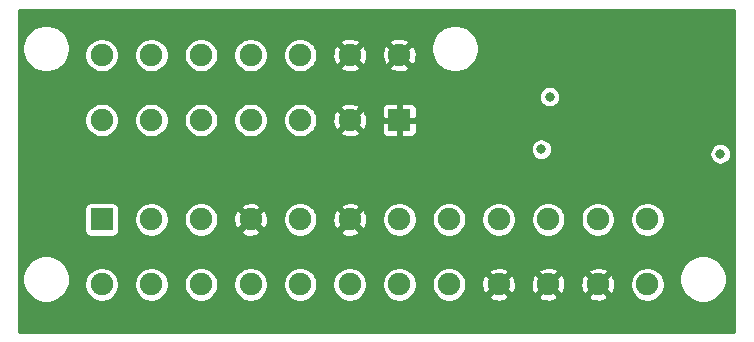
<source format=gbr>
%TF.GenerationSoftware,KiCad,Pcbnew,(5.0.2-5)-5*%
%TF.CreationDate,2023-05-01T14:03:50+02:00*%
%TF.ProjectId,SS1_ATX,5353315f-4154-4582-9e6b-696361645f70,rev?*%
%TF.SameCoordinates,Original*%
%TF.FileFunction,Copper,L2,Inr*%
%TF.FilePolarity,Positive*%
%FSLAX46Y46*%
G04 Gerber Fmt 4.6, Leading zero omitted, Abs format (unit mm)*
G04 Created by KiCad (PCBNEW (5.0.2-5)-5) date Lundi 01 mai 2023 à 14:03:50*
%MOMM*%
%LPD*%
G01*
G04 APERTURE LIST*
%TA.AperFunction,ViaPad*%
%ADD10R,1.900000X1.900000*%
%TD*%
%TA.AperFunction,ViaPad*%
%ADD11C,1.900000*%
%TD*%
%TA.AperFunction,ViaPad*%
%ADD12C,0.800000*%
%TD*%
%TA.AperFunction,Conductor*%
%ADD13C,0.254000*%
%TD*%
G04 APERTURE END LIST*
D10*
%TO.N,+5V*%
%TO.C,J2*%
X122700000Y-119890000D03*
D11*
X118500000Y-119890000D03*
X122700000Y-114390000D03*
X118500000Y-114390000D03*
%TO.N,GND*%
X114300000Y-119890000D03*
X110100000Y-119890000D03*
%TO.N,+12V*%
X105900000Y-119890000D03*
%TO.N,PWRONRST*%
X101700000Y-119890000D03*
%TO.N,Net-(J2-Pad7)*%
X97500000Y-119890000D03*
%TO.N,GND*%
X114300000Y-114390000D03*
X110100000Y-114390000D03*
%TO.N,+12V*%
X105900000Y-114390000D03*
%TO.N,-12V*%
X101700000Y-114390000D03*
%TO.N,Net-(J2-Pad14)*%
X97500000Y-114390000D03*
%TD*%
%TO.N,GND*%
%TO.C,J1*%
X143700000Y-133800000D03*
%TO.N,+5V*%
X139500000Y-133800000D03*
X135300000Y-133800000D03*
X131100000Y-133800000D03*
%TO.N,Net-(J1-Pad20)*%
X126900000Y-133800000D03*
%TO.N,GND*%
X122700000Y-133800000D03*
X118500000Y-133800000D03*
X114300000Y-133800000D03*
%TO.N,~PS-ON*%
X110100000Y-133800000D03*
%TO.N,GND*%
X105900000Y-133800000D03*
%TO.N,-12V*%
X101700000Y-133800000D03*
%TO.N,Net-(J1-Pad13)*%
X97500000Y-133800000D03*
%TO.N,Net-(J1-Pad12)*%
X143700000Y-128300000D03*
%TO.N,+12V*%
X139500000Y-128300000D03*
X135300000Y-128300000D03*
%TO.N,+5VD*%
X131100000Y-128300000D03*
%TO.N,PGOOD*%
X126900000Y-128300000D03*
%TO.N,GND*%
X122700000Y-128300000D03*
%TO.N,+5V*%
X118500000Y-128300000D03*
%TO.N,GND*%
X114300000Y-128300000D03*
%TO.N,+5V*%
X110100000Y-128300000D03*
%TO.N,GND*%
X105900000Y-128300000D03*
%TO.N,Net-(J1-Pad2)*%
X101700000Y-128300000D03*
D10*
%TO.N,Net-(J1-Pad1)*%
X97500000Y-128300000D03*
%TD*%
D12*
%TO.N,GND*%
X134720000Y-122360000D03*
X135420000Y-117910000D03*
X149863280Y-122750000D03*
%TO.N,+5V*%
X131830000Y-121120000D03*
%TD*%
D13*
%TO.N,+5V*%
G36*
X151064001Y-137864000D02*
X90536000Y-137864000D01*
X90536000Y-133141934D01*
X90789000Y-133141934D01*
X90789000Y-133538066D01*
X90866282Y-133926587D01*
X91017875Y-134292566D01*
X91237955Y-134621938D01*
X91518062Y-134902045D01*
X91847434Y-135122125D01*
X92213413Y-135273718D01*
X92601934Y-135351000D01*
X92998066Y-135351000D01*
X93386587Y-135273718D01*
X93752566Y-135122125D01*
X94081938Y-134902045D01*
X94362045Y-134621938D01*
X94582125Y-134292566D01*
X94733718Y-133926587D01*
X94787520Y-133656104D01*
X96039000Y-133656104D01*
X96039000Y-133943896D01*
X96095146Y-134226158D01*
X96205279Y-134492043D01*
X96365167Y-134731333D01*
X96568667Y-134934833D01*
X96807957Y-135094721D01*
X97073842Y-135204854D01*
X97356104Y-135261000D01*
X97643896Y-135261000D01*
X97926158Y-135204854D01*
X98192043Y-135094721D01*
X98431333Y-134934833D01*
X98634833Y-134731333D01*
X98794721Y-134492043D01*
X98904854Y-134226158D01*
X98961000Y-133943896D01*
X98961000Y-133656104D01*
X100239000Y-133656104D01*
X100239000Y-133943896D01*
X100295146Y-134226158D01*
X100405279Y-134492043D01*
X100565167Y-134731333D01*
X100768667Y-134934833D01*
X101007957Y-135094721D01*
X101273842Y-135204854D01*
X101556104Y-135261000D01*
X101843896Y-135261000D01*
X102126158Y-135204854D01*
X102392043Y-135094721D01*
X102631333Y-134934833D01*
X102834833Y-134731333D01*
X102994721Y-134492043D01*
X103104854Y-134226158D01*
X103161000Y-133943896D01*
X103161000Y-133656104D01*
X104439000Y-133656104D01*
X104439000Y-133943896D01*
X104495146Y-134226158D01*
X104605279Y-134492043D01*
X104765167Y-134731333D01*
X104968667Y-134934833D01*
X105207957Y-135094721D01*
X105473842Y-135204854D01*
X105756104Y-135261000D01*
X106043896Y-135261000D01*
X106326158Y-135204854D01*
X106592043Y-135094721D01*
X106831333Y-134934833D01*
X107034833Y-134731333D01*
X107194721Y-134492043D01*
X107304854Y-134226158D01*
X107361000Y-133943896D01*
X107361000Y-133656104D01*
X108639000Y-133656104D01*
X108639000Y-133943896D01*
X108695146Y-134226158D01*
X108805279Y-134492043D01*
X108965167Y-134731333D01*
X109168667Y-134934833D01*
X109407957Y-135094721D01*
X109673842Y-135204854D01*
X109956104Y-135261000D01*
X110243896Y-135261000D01*
X110526158Y-135204854D01*
X110792043Y-135094721D01*
X111031333Y-134934833D01*
X111234833Y-134731333D01*
X111394721Y-134492043D01*
X111504854Y-134226158D01*
X111561000Y-133943896D01*
X111561000Y-133656104D01*
X112839000Y-133656104D01*
X112839000Y-133943896D01*
X112895146Y-134226158D01*
X113005279Y-134492043D01*
X113165167Y-134731333D01*
X113368667Y-134934833D01*
X113607957Y-135094721D01*
X113873842Y-135204854D01*
X114156104Y-135261000D01*
X114443896Y-135261000D01*
X114726158Y-135204854D01*
X114992043Y-135094721D01*
X115231333Y-134934833D01*
X115434833Y-134731333D01*
X115594721Y-134492043D01*
X115704854Y-134226158D01*
X115761000Y-133943896D01*
X115761000Y-133656104D01*
X117039000Y-133656104D01*
X117039000Y-133943896D01*
X117095146Y-134226158D01*
X117205279Y-134492043D01*
X117365167Y-134731333D01*
X117568667Y-134934833D01*
X117807957Y-135094721D01*
X118073842Y-135204854D01*
X118356104Y-135261000D01*
X118643896Y-135261000D01*
X118926158Y-135204854D01*
X119192043Y-135094721D01*
X119431333Y-134934833D01*
X119634833Y-134731333D01*
X119794721Y-134492043D01*
X119904854Y-134226158D01*
X119961000Y-133943896D01*
X119961000Y-133656104D01*
X121239000Y-133656104D01*
X121239000Y-133943896D01*
X121295146Y-134226158D01*
X121405279Y-134492043D01*
X121565167Y-134731333D01*
X121768667Y-134934833D01*
X122007957Y-135094721D01*
X122273842Y-135204854D01*
X122556104Y-135261000D01*
X122843896Y-135261000D01*
X123126158Y-135204854D01*
X123392043Y-135094721D01*
X123631333Y-134934833D01*
X123834833Y-134731333D01*
X123994721Y-134492043D01*
X124104854Y-134226158D01*
X124161000Y-133943896D01*
X124161000Y-133656104D01*
X125439000Y-133656104D01*
X125439000Y-133943896D01*
X125495146Y-134226158D01*
X125605279Y-134492043D01*
X125765167Y-134731333D01*
X125968667Y-134934833D01*
X126207957Y-135094721D01*
X126473842Y-135204854D01*
X126756104Y-135261000D01*
X127043896Y-135261000D01*
X127326158Y-135204854D01*
X127592043Y-135094721D01*
X127831333Y-134934833D01*
X127932879Y-134833287D01*
X130246318Y-134833287D01*
X130343071Y-135057889D01*
X130603017Y-135181388D01*
X130882062Y-135251801D01*
X131169482Y-135266423D01*
X131454232Y-135224690D01*
X131725369Y-135128207D01*
X131856929Y-135057889D01*
X131953682Y-134833287D01*
X134446318Y-134833287D01*
X134543071Y-135057889D01*
X134803017Y-135181388D01*
X135082062Y-135251801D01*
X135369482Y-135266423D01*
X135654232Y-135224690D01*
X135925369Y-135128207D01*
X136056929Y-135057889D01*
X136153682Y-134833287D01*
X138646318Y-134833287D01*
X138743071Y-135057889D01*
X139003017Y-135181388D01*
X139282062Y-135251801D01*
X139569482Y-135266423D01*
X139854232Y-135224690D01*
X140125369Y-135128207D01*
X140256929Y-135057889D01*
X140353682Y-134833287D01*
X139500000Y-133979605D01*
X138646318Y-134833287D01*
X136153682Y-134833287D01*
X135300000Y-133979605D01*
X134446318Y-134833287D01*
X131953682Y-134833287D01*
X131100000Y-133979605D01*
X130246318Y-134833287D01*
X127932879Y-134833287D01*
X128034833Y-134731333D01*
X128194721Y-134492043D01*
X128304854Y-134226158D01*
X128361000Y-133943896D01*
X128361000Y-133869482D01*
X129633577Y-133869482D01*
X129675310Y-134154232D01*
X129771793Y-134425369D01*
X129842111Y-134556929D01*
X130066713Y-134653682D01*
X130920395Y-133800000D01*
X131279605Y-133800000D01*
X132133287Y-134653682D01*
X132357889Y-134556929D01*
X132481388Y-134296983D01*
X132551801Y-134017938D01*
X132559353Y-133869482D01*
X133833577Y-133869482D01*
X133875310Y-134154232D01*
X133971793Y-134425369D01*
X134042111Y-134556929D01*
X134266713Y-134653682D01*
X135120395Y-133800000D01*
X135479605Y-133800000D01*
X136333287Y-134653682D01*
X136557889Y-134556929D01*
X136681388Y-134296983D01*
X136751801Y-134017938D01*
X136759353Y-133869482D01*
X138033577Y-133869482D01*
X138075310Y-134154232D01*
X138171793Y-134425369D01*
X138242111Y-134556929D01*
X138466713Y-134653682D01*
X139320395Y-133800000D01*
X139679605Y-133800000D01*
X140533287Y-134653682D01*
X140757889Y-134556929D01*
X140881388Y-134296983D01*
X140951801Y-134017938D01*
X140966423Y-133730518D01*
X140955517Y-133656104D01*
X142239000Y-133656104D01*
X142239000Y-133943896D01*
X142295146Y-134226158D01*
X142405279Y-134492043D01*
X142565167Y-134731333D01*
X142768667Y-134934833D01*
X143007957Y-135094721D01*
X143273842Y-135204854D01*
X143556104Y-135261000D01*
X143843896Y-135261000D01*
X144126158Y-135204854D01*
X144392043Y-135094721D01*
X144631333Y-134934833D01*
X144834833Y-134731333D01*
X144994721Y-134492043D01*
X145104854Y-134226158D01*
X145161000Y-133943896D01*
X145161000Y-133656104D01*
X145104854Y-133373842D01*
X145008795Y-133141934D01*
X146389000Y-133141934D01*
X146389000Y-133538066D01*
X146466282Y-133926587D01*
X146617875Y-134292566D01*
X146837955Y-134621938D01*
X147118062Y-134902045D01*
X147447434Y-135122125D01*
X147813413Y-135273718D01*
X148201934Y-135351000D01*
X148598066Y-135351000D01*
X148986587Y-135273718D01*
X149352566Y-135122125D01*
X149681938Y-134902045D01*
X149962045Y-134621938D01*
X150182125Y-134292566D01*
X150333718Y-133926587D01*
X150411000Y-133538066D01*
X150411000Y-133141934D01*
X150333718Y-132753413D01*
X150182125Y-132387434D01*
X149962045Y-132058062D01*
X149681938Y-131777955D01*
X149352566Y-131557875D01*
X148986587Y-131406282D01*
X148598066Y-131329000D01*
X148201934Y-131329000D01*
X147813413Y-131406282D01*
X147447434Y-131557875D01*
X147118062Y-131777955D01*
X146837955Y-132058062D01*
X146617875Y-132387434D01*
X146466282Y-132753413D01*
X146389000Y-133141934D01*
X145008795Y-133141934D01*
X144994721Y-133107957D01*
X144834833Y-132868667D01*
X144631333Y-132665167D01*
X144392043Y-132505279D01*
X144126158Y-132395146D01*
X143843896Y-132339000D01*
X143556104Y-132339000D01*
X143273842Y-132395146D01*
X143007957Y-132505279D01*
X142768667Y-132665167D01*
X142565167Y-132868667D01*
X142405279Y-133107957D01*
X142295146Y-133373842D01*
X142239000Y-133656104D01*
X140955517Y-133656104D01*
X140924690Y-133445768D01*
X140828207Y-133174631D01*
X140757889Y-133043071D01*
X140533287Y-132946318D01*
X139679605Y-133800000D01*
X139320395Y-133800000D01*
X138466713Y-132946318D01*
X138242111Y-133043071D01*
X138118612Y-133303017D01*
X138048199Y-133582062D01*
X138033577Y-133869482D01*
X136759353Y-133869482D01*
X136766423Y-133730518D01*
X136724690Y-133445768D01*
X136628207Y-133174631D01*
X136557889Y-133043071D01*
X136333287Y-132946318D01*
X135479605Y-133800000D01*
X135120395Y-133800000D01*
X134266713Y-132946318D01*
X134042111Y-133043071D01*
X133918612Y-133303017D01*
X133848199Y-133582062D01*
X133833577Y-133869482D01*
X132559353Y-133869482D01*
X132566423Y-133730518D01*
X132524690Y-133445768D01*
X132428207Y-133174631D01*
X132357889Y-133043071D01*
X132133287Y-132946318D01*
X131279605Y-133800000D01*
X130920395Y-133800000D01*
X130066713Y-132946318D01*
X129842111Y-133043071D01*
X129718612Y-133303017D01*
X129648199Y-133582062D01*
X129633577Y-133869482D01*
X128361000Y-133869482D01*
X128361000Y-133656104D01*
X128304854Y-133373842D01*
X128194721Y-133107957D01*
X128034833Y-132868667D01*
X127932879Y-132766713D01*
X130246318Y-132766713D01*
X131100000Y-133620395D01*
X131953682Y-132766713D01*
X134446318Y-132766713D01*
X135300000Y-133620395D01*
X136153682Y-132766713D01*
X138646318Y-132766713D01*
X139500000Y-133620395D01*
X140353682Y-132766713D01*
X140256929Y-132542111D01*
X139996983Y-132418612D01*
X139717938Y-132348199D01*
X139430518Y-132333577D01*
X139145768Y-132375310D01*
X138874631Y-132471793D01*
X138743071Y-132542111D01*
X138646318Y-132766713D01*
X136153682Y-132766713D01*
X136056929Y-132542111D01*
X135796983Y-132418612D01*
X135517938Y-132348199D01*
X135230518Y-132333577D01*
X134945768Y-132375310D01*
X134674631Y-132471793D01*
X134543071Y-132542111D01*
X134446318Y-132766713D01*
X131953682Y-132766713D01*
X131856929Y-132542111D01*
X131596983Y-132418612D01*
X131317938Y-132348199D01*
X131030518Y-132333577D01*
X130745768Y-132375310D01*
X130474631Y-132471793D01*
X130343071Y-132542111D01*
X130246318Y-132766713D01*
X127932879Y-132766713D01*
X127831333Y-132665167D01*
X127592043Y-132505279D01*
X127326158Y-132395146D01*
X127043896Y-132339000D01*
X126756104Y-132339000D01*
X126473842Y-132395146D01*
X126207957Y-132505279D01*
X125968667Y-132665167D01*
X125765167Y-132868667D01*
X125605279Y-133107957D01*
X125495146Y-133373842D01*
X125439000Y-133656104D01*
X124161000Y-133656104D01*
X124104854Y-133373842D01*
X123994721Y-133107957D01*
X123834833Y-132868667D01*
X123631333Y-132665167D01*
X123392043Y-132505279D01*
X123126158Y-132395146D01*
X122843896Y-132339000D01*
X122556104Y-132339000D01*
X122273842Y-132395146D01*
X122007957Y-132505279D01*
X121768667Y-132665167D01*
X121565167Y-132868667D01*
X121405279Y-133107957D01*
X121295146Y-133373842D01*
X121239000Y-133656104D01*
X119961000Y-133656104D01*
X119904854Y-133373842D01*
X119794721Y-133107957D01*
X119634833Y-132868667D01*
X119431333Y-132665167D01*
X119192043Y-132505279D01*
X118926158Y-132395146D01*
X118643896Y-132339000D01*
X118356104Y-132339000D01*
X118073842Y-132395146D01*
X117807957Y-132505279D01*
X117568667Y-132665167D01*
X117365167Y-132868667D01*
X117205279Y-133107957D01*
X117095146Y-133373842D01*
X117039000Y-133656104D01*
X115761000Y-133656104D01*
X115704854Y-133373842D01*
X115594721Y-133107957D01*
X115434833Y-132868667D01*
X115231333Y-132665167D01*
X114992043Y-132505279D01*
X114726158Y-132395146D01*
X114443896Y-132339000D01*
X114156104Y-132339000D01*
X113873842Y-132395146D01*
X113607957Y-132505279D01*
X113368667Y-132665167D01*
X113165167Y-132868667D01*
X113005279Y-133107957D01*
X112895146Y-133373842D01*
X112839000Y-133656104D01*
X111561000Y-133656104D01*
X111504854Y-133373842D01*
X111394721Y-133107957D01*
X111234833Y-132868667D01*
X111031333Y-132665167D01*
X110792043Y-132505279D01*
X110526158Y-132395146D01*
X110243896Y-132339000D01*
X109956104Y-132339000D01*
X109673842Y-132395146D01*
X109407957Y-132505279D01*
X109168667Y-132665167D01*
X108965167Y-132868667D01*
X108805279Y-133107957D01*
X108695146Y-133373842D01*
X108639000Y-133656104D01*
X107361000Y-133656104D01*
X107304854Y-133373842D01*
X107194721Y-133107957D01*
X107034833Y-132868667D01*
X106831333Y-132665167D01*
X106592043Y-132505279D01*
X106326158Y-132395146D01*
X106043896Y-132339000D01*
X105756104Y-132339000D01*
X105473842Y-132395146D01*
X105207957Y-132505279D01*
X104968667Y-132665167D01*
X104765167Y-132868667D01*
X104605279Y-133107957D01*
X104495146Y-133373842D01*
X104439000Y-133656104D01*
X103161000Y-133656104D01*
X103104854Y-133373842D01*
X102994721Y-133107957D01*
X102834833Y-132868667D01*
X102631333Y-132665167D01*
X102392043Y-132505279D01*
X102126158Y-132395146D01*
X101843896Y-132339000D01*
X101556104Y-132339000D01*
X101273842Y-132395146D01*
X101007957Y-132505279D01*
X100768667Y-132665167D01*
X100565167Y-132868667D01*
X100405279Y-133107957D01*
X100295146Y-133373842D01*
X100239000Y-133656104D01*
X98961000Y-133656104D01*
X98904854Y-133373842D01*
X98794721Y-133107957D01*
X98634833Y-132868667D01*
X98431333Y-132665167D01*
X98192043Y-132505279D01*
X97926158Y-132395146D01*
X97643896Y-132339000D01*
X97356104Y-132339000D01*
X97073842Y-132395146D01*
X96807957Y-132505279D01*
X96568667Y-132665167D01*
X96365167Y-132868667D01*
X96205279Y-133107957D01*
X96095146Y-133373842D01*
X96039000Y-133656104D01*
X94787520Y-133656104D01*
X94811000Y-133538066D01*
X94811000Y-133141934D01*
X94733718Y-132753413D01*
X94582125Y-132387434D01*
X94362045Y-132058062D01*
X94081938Y-131777955D01*
X93752566Y-131557875D01*
X93386587Y-131406282D01*
X92998066Y-131329000D01*
X92601934Y-131329000D01*
X92213413Y-131406282D01*
X91847434Y-131557875D01*
X91518062Y-131777955D01*
X91237955Y-132058062D01*
X91017875Y-132387434D01*
X90866282Y-132753413D01*
X90789000Y-133141934D01*
X90536000Y-133141934D01*
X90536000Y-127350000D01*
X96036528Y-127350000D01*
X96036528Y-129250000D01*
X96046394Y-129350173D01*
X96075614Y-129446497D01*
X96123064Y-129535270D01*
X96186920Y-129613080D01*
X96264730Y-129676936D01*
X96353503Y-129724386D01*
X96449827Y-129753606D01*
X96550000Y-129763472D01*
X98450000Y-129763472D01*
X98550173Y-129753606D01*
X98646497Y-129724386D01*
X98735270Y-129676936D01*
X98813080Y-129613080D01*
X98876936Y-129535270D01*
X98924386Y-129446497D01*
X98953606Y-129350173D01*
X98963472Y-129250000D01*
X98963472Y-128156104D01*
X100239000Y-128156104D01*
X100239000Y-128443896D01*
X100295146Y-128726158D01*
X100405279Y-128992043D01*
X100565167Y-129231333D01*
X100768667Y-129434833D01*
X101007957Y-129594721D01*
X101273842Y-129704854D01*
X101556104Y-129761000D01*
X101843896Y-129761000D01*
X102126158Y-129704854D01*
X102392043Y-129594721D01*
X102631333Y-129434833D01*
X102834833Y-129231333D01*
X102994721Y-128992043D01*
X103104854Y-128726158D01*
X103161000Y-128443896D01*
X103161000Y-128156104D01*
X104439000Y-128156104D01*
X104439000Y-128443896D01*
X104495146Y-128726158D01*
X104605279Y-128992043D01*
X104765167Y-129231333D01*
X104968667Y-129434833D01*
X105207957Y-129594721D01*
X105473842Y-129704854D01*
X105756104Y-129761000D01*
X106043896Y-129761000D01*
X106326158Y-129704854D01*
X106592043Y-129594721D01*
X106831333Y-129434833D01*
X106932879Y-129333287D01*
X109246318Y-129333287D01*
X109343071Y-129557889D01*
X109603017Y-129681388D01*
X109882062Y-129751801D01*
X110169482Y-129766423D01*
X110454232Y-129724690D01*
X110725369Y-129628207D01*
X110856929Y-129557889D01*
X110953682Y-129333287D01*
X110100000Y-128479605D01*
X109246318Y-129333287D01*
X106932879Y-129333287D01*
X107034833Y-129231333D01*
X107194721Y-128992043D01*
X107304854Y-128726158D01*
X107361000Y-128443896D01*
X107361000Y-128369482D01*
X108633577Y-128369482D01*
X108675310Y-128654232D01*
X108771793Y-128925369D01*
X108842111Y-129056929D01*
X109066713Y-129153682D01*
X109920395Y-128300000D01*
X110279605Y-128300000D01*
X111133287Y-129153682D01*
X111357889Y-129056929D01*
X111481388Y-128796983D01*
X111551801Y-128517938D01*
X111566423Y-128230518D01*
X111555517Y-128156104D01*
X112839000Y-128156104D01*
X112839000Y-128443896D01*
X112895146Y-128726158D01*
X113005279Y-128992043D01*
X113165167Y-129231333D01*
X113368667Y-129434833D01*
X113607957Y-129594721D01*
X113873842Y-129704854D01*
X114156104Y-129761000D01*
X114443896Y-129761000D01*
X114726158Y-129704854D01*
X114992043Y-129594721D01*
X115231333Y-129434833D01*
X115332879Y-129333287D01*
X117646318Y-129333287D01*
X117743071Y-129557889D01*
X118003017Y-129681388D01*
X118282062Y-129751801D01*
X118569482Y-129766423D01*
X118854232Y-129724690D01*
X119125369Y-129628207D01*
X119256929Y-129557889D01*
X119353682Y-129333287D01*
X118500000Y-128479605D01*
X117646318Y-129333287D01*
X115332879Y-129333287D01*
X115434833Y-129231333D01*
X115594721Y-128992043D01*
X115704854Y-128726158D01*
X115761000Y-128443896D01*
X115761000Y-128369482D01*
X117033577Y-128369482D01*
X117075310Y-128654232D01*
X117171793Y-128925369D01*
X117242111Y-129056929D01*
X117466713Y-129153682D01*
X118320395Y-128300000D01*
X118679605Y-128300000D01*
X119533287Y-129153682D01*
X119757889Y-129056929D01*
X119881388Y-128796983D01*
X119951801Y-128517938D01*
X119966423Y-128230518D01*
X119955517Y-128156104D01*
X121239000Y-128156104D01*
X121239000Y-128443896D01*
X121295146Y-128726158D01*
X121405279Y-128992043D01*
X121565167Y-129231333D01*
X121768667Y-129434833D01*
X122007957Y-129594721D01*
X122273842Y-129704854D01*
X122556104Y-129761000D01*
X122843896Y-129761000D01*
X123126158Y-129704854D01*
X123392043Y-129594721D01*
X123631333Y-129434833D01*
X123834833Y-129231333D01*
X123994721Y-128992043D01*
X124104854Y-128726158D01*
X124161000Y-128443896D01*
X124161000Y-128156104D01*
X125439000Y-128156104D01*
X125439000Y-128443896D01*
X125495146Y-128726158D01*
X125605279Y-128992043D01*
X125765167Y-129231333D01*
X125968667Y-129434833D01*
X126207957Y-129594721D01*
X126473842Y-129704854D01*
X126756104Y-129761000D01*
X127043896Y-129761000D01*
X127326158Y-129704854D01*
X127592043Y-129594721D01*
X127831333Y-129434833D01*
X128034833Y-129231333D01*
X128194721Y-128992043D01*
X128304854Y-128726158D01*
X128361000Y-128443896D01*
X128361000Y-128156104D01*
X129639000Y-128156104D01*
X129639000Y-128443896D01*
X129695146Y-128726158D01*
X129805279Y-128992043D01*
X129965167Y-129231333D01*
X130168667Y-129434833D01*
X130407957Y-129594721D01*
X130673842Y-129704854D01*
X130956104Y-129761000D01*
X131243896Y-129761000D01*
X131526158Y-129704854D01*
X131792043Y-129594721D01*
X132031333Y-129434833D01*
X132234833Y-129231333D01*
X132394721Y-128992043D01*
X132504854Y-128726158D01*
X132561000Y-128443896D01*
X132561000Y-128156104D01*
X133839000Y-128156104D01*
X133839000Y-128443896D01*
X133895146Y-128726158D01*
X134005279Y-128992043D01*
X134165167Y-129231333D01*
X134368667Y-129434833D01*
X134607957Y-129594721D01*
X134873842Y-129704854D01*
X135156104Y-129761000D01*
X135443896Y-129761000D01*
X135726158Y-129704854D01*
X135992043Y-129594721D01*
X136231333Y-129434833D01*
X136434833Y-129231333D01*
X136594721Y-128992043D01*
X136704854Y-128726158D01*
X136761000Y-128443896D01*
X136761000Y-128156104D01*
X138039000Y-128156104D01*
X138039000Y-128443896D01*
X138095146Y-128726158D01*
X138205279Y-128992043D01*
X138365167Y-129231333D01*
X138568667Y-129434833D01*
X138807957Y-129594721D01*
X139073842Y-129704854D01*
X139356104Y-129761000D01*
X139643896Y-129761000D01*
X139926158Y-129704854D01*
X140192043Y-129594721D01*
X140431333Y-129434833D01*
X140634833Y-129231333D01*
X140794721Y-128992043D01*
X140904854Y-128726158D01*
X140961000Y-128443896D01*
X140961000Y-128156104D01*
X142239000Y-128156104D01*
X142239000Y-128443896D01*
X142295146Y-128726158D01*
X142405279Y-128992043D01*
X142565167Y-129231333D01*
X142768667Y-129434833D01*
X143007957Y-129594721D01*
X143273842Y-129704854D01*
X143556104Y-129761000D01*
X143843896Y-129761000D01*
X144126158Y-129704854D01*
X144392043Y-129594721D01*
X144631333Y-129434833D01*
X144834833Y-129231333D01*
X144994721Y-128992043D01*
X145104854Y-128726158D01*
X145161000Y-128443896D01*
X145161000Y-128156104D01*
X145104854Y-127873842D01*
X144994721Y-127607957D01*
X144834833Y-127368667D01*
X144631333Y-127165167D01*
X144392043Y-127005279D01*
X144126158Y-126895146D01*
X143843896Y-126839000D01*
X143556104Y-126839000D01*
X143273842Y-126895146D01*
X143007957Y-127005279D01*
X142768667Y-127165167D01*
X142565167Y-127368667D01*
X142405279Y-127607957D01*
X142295146Y-127873842D01*
X142239000Y-128156104D01*
X140961000Y-128156104D01*
X140904854Y-127873842D01*
X140794721Y-127607957D01*
X140634833Y-127368667D01*
X140431333Y-127165167D01*
X140192043Y-127005279D01*
X139926158Y-126895146D01*
X139643896Y-126839000D01*
X139356104Y-126839000D01*
X139073842Y-126895146D01*
X138807957Y-127005279D01*
X138568667Y-127165167D01*
X138365167Y-127368667D01*
X138205279Y-127607957D01*
X138095146Y-127873842D01*
X138039000Y-128156104D01*
X136761000Y-128156104D01*
X136704854Y-127873842D01*
X136594721Y-127607957D01*
X136434833Y-127368667D01*
X136231333Y-127165167D01*
X135992043Y-127005279D01*
X135726158Y-126895146D01*
X135443896Y-126839000D01*
X135156104Y-126839000D01*
X134873842Y-126895146D01*
X134607957Y-127005279D01*
X134368667Y-127165167D01*
X134165167Y-127368667D01*
X134005279Y-127607957D01*
X133895146Y-127873842D01*
X133839000Y-128156104D01*
X132561000Y-128156104D01*
X132504854Y-127873842D01*
X132394721Y-127607957D01*
X132234833Y-127368667D01*
X132031333Y-127165167D01*
X131792043Y-127005279D01*
X131526158Y-126895146D01*
X131243896Y-126839000D01*
X130956104Y-126839000D01*
X130673842Y-126895146D01*
X130407957Y-127005279D01*
X130168667Y-127165167D01*
X129965167Y-127368667D01*
X129805279Y-127607957D01*
X129695146Y-127873842D01*
X129639000Y-128156104D01*
X128361000Y-128156104D01*
X128304854Y-127873842D01*
X128194721Y-127607957D01*
X128034833Y-127368667D01*
X127831333Y-127165167D01*
X127592043Y-127005279D01*
X127326158Y-126895146D01*
X127043896Y-126839000D01*
X126756104Y-126839000D01*
X126473842Y-126895146D01*
X126207957Y-127005279D01*
X125968667Y-127165167D01*
X125765167Y-127368667D01*
X125605279Y-127607957D01*
X125495146Y-127873842D01*
X125439000Y-128156104D01*
X124161000Y-128156104D01*
X124104854Y-127873842D01*
X123994721Y-127607957D01*
X123834833Y-127368667D01*
X123631333Y-127165167D01*
X123392043Y-127005279D01*
X123126158Y-126895146D01*
X122843896Y-126839000D01*
X122556104Y-126839000D01*
X122273842Y-126895146D01*
X122007957Y-127005279D01*
X121768667Y-127165167D01*
X121565167Y-127368667D01*
X121405279Y-127607957D01*
X121295146Y-127873842D01*
X121239000Y-128156104D01*
X119955517Y-128156104D01*
X119924690Y-127945768D01*
X119828207Y-127674631D01*
X119757889Y-127543071D01*
X119533287Y-127446318D01*
X118679605Y-128300000D01*
X118320395Y-128300000D01*
X117466713Y-127446318D01*
X117242111Y-127543071D01*
X117118612Y-127803017D01*
X117048199Y-128082062D01*
X117033577Y-128369482D01*
X115761000Y-128369482D01*
X115761000Y-128156104D01*
X115704854Y-127873842D01*
X115594721Y-127607957D01*
X115434833Y-127368667D01*
X115332879Y-127266713D01*
X117646318Y-127266713D01*
X118500000Y-128120395D01*
X119353682Y-127266713D01*
X119256929Y-127042111D01*
X118996983Y-126918612D01*
X118717938Y-126848199D01*
X118430518Y-126833577D01*
X118145768Y-126875310D01*
X117874631Y-126971793D01*
X117743071Y-127042111D01*
X117646318Y-127266713D01*
X115332879Y-127266713D01*
X115231333Y-127165167D01*
X114992043Y-127005279D01*
X114726158Y-126895146D01*
X114443896Y-126839000D01*
X114156104Y-126839000D01*
X113873842Y-126895146D01*
X113607957Y-127005279D01*
X113368667Y-127165167D01*
X113165167Y-127368667D01*
X113005279Y-127607957D01*
X112895146Y-127873842D01*
X112839000Y-128156104D01*
X111555517Y-128156104D01*
X111524690Y-127945768D01*
X111428207Y-127674631D01*
X111357889Y-127543071D01*
X111133287Y-127446318D01*
X110279605Y-128300000D01*
X109920395Y-128300000D01*
X109066713Y-127446318D01*
X108842111Y-127543071D01*
X108718612Y-127803017D01*
X108648199Y-128082062D01*
X108633577Y-128369482D01*
X107361000Y-128369482D01*
X107361000Y-128156104D01*
X107304854Y-127873842D01*
X107194721Y-127607957D01*
X107034833Y-127368667D01*
X106932879Y-127266713D01*
X109246318Y-127266713D01*
X110100000Y-128120395D01*
X110953682Y-127266713D01*
X110856929Y-127042111D01*
X110596983Y-126918612D01*
X110317938Y-126848199D01*
X110030518Y-126833577D01*
X109745768Y-126875310D01*
X109474631Y-126971793D01*
X109343071Y-127042111D01*
X109246318Y-127266713D01*
X106932879Y-127266713D01*
X106831333Y-127165167D01*
X106592043Y-127005279D01*
X106326158Y-126895146D01*
X106043896Y-126839000D01*
X105756104Y-126839000D01*
X105473842Y-126895146D01*
X105207957Y-127005279D01*
X104968667Y-127165167D01*
X104765167Y-127368667D01*
X104605279Y-127607957D01*
X104495146Y-127873842D01*
X104439000Y-128156104D01*
X103161000Y-128156104D01*
X103104854Y-127873842D01*
X102994721Y-127607957D01*
X102834833Y-127368667D01*
X102631333Y-127165167D01*
X102392043Y-127005279D01*
X102126158Y-126895146D01*
X101843896Y-126839000D01*
X101556104Y-126839000D01*
X101273842Y-126895146D01*
X101007957Y-127005279D01*
X100768667Y-127165167D01*
X100565167Y-127368667D01*
X100405279Y-127607957D01*
X100295146Y-127873842D01*
X100239000Y-128156104D01*
X98963472Y-128156104D01*
X98963472Y-127350000D01*
X98953606Y-127249827D01*
X98924386Y-127153503D01*
X98876936Y-127064730D01*
X98813080Y-126986920D01*
X98735270Y-126923064D01*
X98646497Y-126875614D01*
X98550173Y-126846394D01*
X98450000Y-126836528D01*
X96550000Y-126836528D01*
X96449827Y-126846394D01*
X96353503Y-126875614D01*
X96264730Y-126923064D01*
X96186920Y-126986920D01*
X96123064Y-127064730D01*
X96075614Y-127153503D01*
X96046394Y-127249827D01*
X96036528Y-127350000D01*
X90536000Y-127350000D01*
X90536000Y-122270274D01*
X133809000Y-122270274D01*
X133809000Y-122449726D01*
X133844009Y-122625729D01*
X133912682Y-122791520D01*
X134012380Y-122940729D01*
X134139271Y-123067620D01*
X134288480Y-123167318D01*
X134454271Y-123235991D01*
X134630274Y-123271000D01*
X134809726Y-123271000D01*
X134985729Y-123235991D01*
X135151520Y-123167318D01*
X135300729Y-123067620D01*
X135427620Y-122940729D01*
X135527318Y-122791520D01*
X135581681Y-122660274D01*
X148952280Y-122660274D01*
X148952280Y-122839726D01*
X148987289Y-123015729D01*
X149055962Y-123181520D01*
X149155660Y-123330729D01*
X149282551Y-123457620D01*
X149431760Y-123557318D01*
X149597551Y-123625991D01*
X149773554Y-123661000D01*
X149953006Y-123661000D01*
X150129009Y-123625991D01*
X150294800Y-123557318D01*
X150444009Y-123457620D01*
X150570900Y-123330729D01*
X150670598Y-123181520D01*
X150739271Y-123015729D01*
X150774280Y-122839726D01*
X150774280Y-122660274D01*
X150739271Y-122484271D01*
X150670598Y-122318480D01*
X150570900Y-122169271D01*
X150444009Y-122042380D01*
X150294800Y-121942682D01*
X150129009Y-121874009D01*
X149953006Y-121839000D01*
X149773554Y-121839000D01*
X149597551Y-121874009D01*
X149431760Y-121942682D01*
X149282551Y-122042380D01*
X149155660Y-122169271D01*
X149055962Y-122318480D01*
X148987289Y-122484271D01*
X148952280Y-122660274D01*
X135581681Y-122660274D01*
X135595991Y-122625729D01*
X135631000Y-122449726D01*
X135631000Y-122270274D01*
X135595991Y-122094271D01*
X135527318Y-121928480D01*
X135427620Y-121779271D01*
X135300729Y-121652380D01*
X135151520Y-121552682D01*
X134985729Y-121484009D01*
X134809726Y-121449000D01*
X134630274Y-121449000D01*
X134454271Y-121484009D01*
X134288480Y-121552682D01*
X134139271Y-121652380D01*
X134012380Y-121779271D01*
X133912682Y-121928480D01*
X133844009Y-122094271D01*
X133809000Y-122270274D01*
X90536000Y-122270274D01*
X90536000Y-119746104D01*
X96039000Y-119746104D01*
X96039000Y-120033896D01*
X96095146Y-120316158D01*
X96205279Y-120582043D01*
X96365167Y-120821333D01*
X96568667Y-121024833D01*
X96807957Y-121184721D01*
X97073842Y-121294854D01*
X97356104Y-121351000D01*
X97643896Y-121351000D01*
X97926158Y-121294854D01*
X98192043Y-121184721D01*
X98431333Y-121024833D01*
X98634833Y-120821333D01*
X98794721Y-120582043D01*
X98904854Y-120316158D01*
X98961000Y-120033896D01*
X98961000Y-119746104D01*
X100239000Y-119746104D01*
X100239000Y-120033896D01*
X100295146Y-120316158D01*
X100405279Y-120582043D01*
X100565167Y-120821333D01*
X100768667Y-121024833D01*
X101007957Y-121184721D01*
X101273842Y-121294854D01*
X101556104Y-121351000D01*
X101843896Y-121351000D01*
X102126158Y-121294854D01*
X102392043Y-121184721D01*
X102631333Y-121024833D01*
X102834833Y-120821333D01*
X102994721Y-120582043D01*
X103104854Y-120316158D01*
X103161000Y-120033896D01*
X103161000Y-119746104D01*
X104439000Y-119746104D01*
X104439000Y-120033896D01*
X104495146Y-120316158D01*
X104605279Y-120582043D01*
X104765167Y-120821333D01*
X104968667Y-121024833D01*
X105207957Y-121184721D01*
X105473842Y-121294854D01*
X105756104Y-121351000D01*
X106043896Y-121351000D01*
X106326158Y-121294854D01*
X106592043Y-121184721D01*
X106831333Y-121024833D01*
X107034833Y-120821333D01*
X107194721Y-120582043D01*
X107304854Y-120316158D01*
X107361000Y-120033896D01*
X107361000Y-119746104D01*
X108639000Y-119746104D01*
X108639000Y-120033896D01*
X108695146Y-120316158D01*
X108805279Y-120582043D01*
X108965167Y-120821333D01*
X109168667Y-121024833D01*
X109407957Y-121184721D01*
X109673842Y-121294854D01*
X109956104Y-121351000D01*
X110243896Y-121351000D01*
X110526158Y-121294854D01*
X110792043Y-121184721D01*
X111031333Y-121024833D01*
X111234833Y-120821333D01*
X111394721Y-120582043D01*
X111504854Y-120316158D01*
X111561000Y-120033896D01*
X111561000Y-119746104D01*
X112839000Y-119746104D01*
X112839000Y-120033896D01*
X112895146Y-120316158D01*
X113005279Y-120582043D01*
X113165167Y-120821333D01*
X113368667Y-121024833D01*
X113607957Y-121184721D01*
X113873842Y-121294854D01*
X114156104Y-121351000D01*
X114443896Y-121351000D01*
X114726158Y-121294854D01*
X114992043Y-121184721D01*
X115231333Y-121024833D01*
X115332879Y-120923287D01*
X117646318Y-120923287D01*
X117743071Y-121147889D01*
X118003017Y-121271388D01*
X118282062Y-121341801D01*
X118569482Y-121356423D01*
X118854232Y-121314690D01*
X119125369Y-121218207D01*
X119256929Y-121147889D01*
X119353682Y-120923287D01*
X118500000Y-120069605D01*
X117646318Y-120923287D01*
X115332879Y-120923287D01*
X115434833Y-120821333D01*
X115594721Y-120582043D01*
X115704854Y-120316158D01*
X115761000Y-120033896D01*
X115761000Y-119959482D01*
X117033577Y-119959482D01*
X117075310Y-120244232D01*
X117171793Y-120515369D01*
X117242111Y-120646929D01*
X117466713Y-120743682D01*
X118320395Y-119890000D01*
X118679605Y-119890000D01*
X119533287Y-120743682D01*
X119757889Y-120646929D01*
X119881388Y-120386983D01*
X119942512Y-120144750D01*
X121239000Y-120144750D01*
X121239000Y-120890329D01*
X121258637Y-120989053D01*
X121297158Y-121082049D01*
X121353080Y-121165744D01*
X121424257Y-121236920D01*
X121507951Y-121292842D01*
X121600947Y-121331363D01*
X121699671Y-121351000D01*
X122445250Y-121351000D01*
X122573000Y-121223250D01*
X122573000Y-120017000D01*
X122827000Y-120017000D01*
X122827000Y-121223250D01*
X122954750Y-121351000D01*
X123700329Y-121351000D01*
X123799053Y-121331363D01*
X123892049Y-121292842D01*
X123975743Y-121236920D01*
X124046920Y-121165744D01*
X124102842Y-121082049D01*
X124141363Y-120989053D01*
X124161000Y-120890329D01*
X124161000Y-120144750D01*
X124033250Y-120017000D01*
X122827000Y-120017000D01*
X122573000Y-120017000D01*
X121366750Y-120017000D01*
X121239000Y-120144750D01*
X119942512Y-120144750D01*
X119951801Y-120107938D01*
X119966423Y-119820518D01*
X119924690Y-119535768D01*
X119828207Y-119264631D01*
X119757889Y-119133071D01*
X119533287Y-119036318D01*
X118679605Y-119890000D01*
X118320395Y-119890000D01*
X117466713Y-119036318D01*
X117242111Y-119133071D01*
X117118612Y-119393017D01*
X117048199Y-119672062D01*
X117033577Y-119959482D01*
X115761000Y-119959482D01*
X115761000Y-119746104D01*
X115704854Y-119463842D01*
X115594721Y-119197957D01*
X115434833Y-118958667D01*
X115332879Y-118856713D01*
X117646318Y-118856713D01*
X118500000Y-119710395D01*
X119320724Y-118889671D01*
X121239000Y-118889671D01*
X121239000Y-119635250D01*
X121366750Y-119763000D01*
X122573000Y-119763000D01*
X122573000Y-118556750D01*
X122827000Y-118556750D01*
X122827000Y-119763000D01*
X124033250Y-119763000D01*
X124161000Y-119635250D01*
X124161000Y-118889671D01*
X124141363Y-118790947D01*
X124102842Y-118697951D01*
X124046920Y-118614256D01*
X123975743Y-118543080D01*
X123892049Y-118487158D01*
X123799053Y-118448637D01*
X123700329Y-118429000D01*
X122954750Y-118429000D01*
X122827000Y-118556750D01*
X122573000Y-118556750D01*
X122445250Y-118429000D01*
X121699671Y-118429000D01*
X121600947Y-118448637D01*
X121507951Y-118487158D01*
X121424257Y-118543080D01*
X121353080Y-118614256D01*
X121297158Y-118697951D01*
X121258637Y-118790947D01*
X121239000Y-118889671D01*
X119320724Y-118889671D01*
X119353682Y-118856713D01*
X119256929Y-118632111D01*
X118996983Y-118508612D01*
X118717938Y-118438199D01*
X118430518Y-118423577D01*
X118145768Y-118465310D01*
X117874631Y-118561793D01*
X117743071Y-118632111D01*
X117646318Y-118856713D01*
X115332879Y-118856713D01*
X115231333Y-118755167D01*
X114992043Y-118595279D01*
X114726158Y-118485146D01*
X114443896Y-118429000D01*
X114156104Y-118429000D01*
X113873842Y-118485146D01*
X113607957Y-118595279D01*
X113368667Y-118755167D01*
X113165167Y-118958667D01*
X113005279Y-119197957D01*
X112895146Y-119463842D01*
X112839000Y-119746104D01*
X111561000Y-119746104D01*
X111504854Y-119463842D01*
X111394721Y-119197957D01*
X111234833Y-118958667D01*
X111031333Y-118755167D01*
X110792043Y-118595279D01*
X110526158Y-118485146D01*
X110243896Y-118429000D01*
X109956104Y-118429000D01*
X109673842Y-118485146D01*
X109407957Y-118595279D01*
X109168667Y-118755167D01*
X108965167Y-118958667D01*
X108805279Y-119197957D01*
X108695146Y-119463842D01*
X108639000Y-119746104D01*
X107361000Y-119746104D01*
X107304854Y-119463842D01*
X107194721Y-119197957D01*
X107034833Y-118958667D01*
X106831333Y-118755167D01*
X106592043Y-118595279D01*
X106326158Y-118485146D01*
X106043896Y-118429000D01*
X105756104Y-118429000D01*
X105473842Y-118485146D01*
X105207957Y-118595279D01*
X104968667Y-118755167D01*
X104765167Y-118958667D01*
X104605279Y-119197957D01*
X104495146Y-119463842D01*
X104439000Y-119746104D01*
X103161000Y-119746104D01*
X103104854Y-119463842D01*
X102994721Y-119197957D01*
X102834833Y-118958667D01*
X102631333Y-118755167D01*
X102392043Y-118595279D01*
X102126158Y-118485146D01*
X101843896Y-118429000D01*
X101556104Y-118429000D01*
X101273842Y-118485146D01*
X101007957Y-118595279D01*
X100768667Y-118755167D01*
X100565167Y-118958667D01*
X100405279Y-119197957D01*
X100295146Y-119463842D01*
X100239000Y-119746104D01*
X98961000Y-119746104D01*
X98904854Y-119463842D01*
X98794721Y-119197957D01*
X98634833Y-118958667D01*
X98431333Y-118755167D01*
X98192043Y-118595279D01*
X97926158Y-118485146D01*
X97643896Y-118429000D01*
X97356104Y-118429000D01*
X97073842Y-118485146D01*
X96807957Y-118595279D01*
X96568667Y-118755167D01*
X96365167Y-118958667D01*
X96205279Y-119197957D01*
X96095146Y-119463842D01*
X96039000Y-119746104D01*
X90536000Y-119746104D01*
X90536000Y-117820274D01*
X134509000Y-117820274D01*
X134509000Y-117999726D01*
X134544009Y-118175729D01*
X134612682Y-118341520D01*
X134712380Y-118490729D01*
X134839271Y-118617620D01*
X134988480Y-118717318D01*
X135154271Y-118785991D01*
X135330274Y-118821000D01*
X135509726Y-118821000D01*
X135685729Y-118785991D01*
X135851520Y-118717318D01*
X136000729Y-118617620D01*
X136127620Y-118490729D01*
X136227318Y-118341520D01*
X136295991Y-118175729D01*
X136331000Y-117999726D01*
X136331000Y-117820274D01*
X136295991Y-117644271D01*
X136227318Y-117478480D01*
X136127620Y-117329271D01*
X136000729Y-117202380D01*
X135851520Y-117102682D01*
X135685729Y-117034009D01*
X135509726Y-116999000D01*
X135330274Y-116999000D01*
X135154271Y-117034009D01*
X134988480Y-117102682D01*
X134839271Y-117202380D01*
X134712380Y-117329271D01*
X134612682Y-117478480D01*
X134544009Y-117644271D01*
X134509000Y-117820274D01*
X90536000Y-117820274D01*
X90536000Y-113631934D01*
X90789000Y-113631934D01*
X90789000Y-114028066D01*
X90866282Y-114416587D01*
X91017875Y-114782566D01*
X91237955Y-115111938D01*
X91518062Y-115392045D01*
X91847434Y-115612125D01*
X92213413Y-115763718D01*
X92601934Y-115841000D01*
X92998066Y-115841000D01*
X93386587Y-115763718D01*
X93752566Y-115612125D01*
X94081938Y-115392045D01*
X94362045Y-115111938D01*
X94582125Y-114782566D01*
X94733718Y-114416587D01*
X94767629Y-114246104D01*
X96039000Y-114246104D01*
X96039000Y-114533896D01*
X96095146Y-114816158D01*
X96205279Y-115082043D01*
X96365167Y-115321333D01*
X96568667Y-115524833D01*
X96807957Y-115684721D01*
X97073842Y-115794854D01*
X97356104Y-115851000D01*
X97643896Y-115851000D01*
X97926158Y-115794854D01*
X98192043Y-115684721D01*
X98431333Y-115524833D01*
X98634833Y-115321333D01*
X98794721Y-115082043D01*
X98904854Y-114816158D01*
X98961000Y-114533896D01*
X98961000Y-114246104D01*
X100239000Y-114246104D01*
X100239000Y-114533896D01*
X100295146Y-114816158D01*
X100405279Y-115082043D01*
X100565167Y-115321333D01*
X100768667Y-115524833D01*
X101007957Y-115684721D01*
X101273842Y-115794854D01*
X101556104Y-115851000D01*
X101843896Y-115851000D01*
X102126158Y-115794854D01*
X102392043Y-115684721D01*
X102631333Y-115524833D01*
X102834833Y-115321333D01*
X102994721Y-115082043D01*
X103104854Y-114816158D01*
X103161000Y-114533896D01*
X103161000Y-114246104D01*
X104439000Y-114246104D01*
X104439000Y-114533896D01*
X104495146Y-114816158D01*
X104605279Y-115082043D01*
X104765167Y-115321333D01*
X104968667Y-115524833D01*
X105207957Y-115684721D01*
X105473842Y-115794854D01*
X105756104Y-115851000D01*
X106043896Y-115851000D01*
X106326158Y-115794854D01*
X106592043Y-115684721D01*
X106831333Y-115524833D01*
X107034833Y-115321333D01*
X107194721Y-115082043D01*
X107304854Y-114816158D01*
X107361000Y-114533896D01*
X107361000Y-114246104D01*
X108639000Y-114246104D01*
X108639000Y-114533896D01*
X108695146Y-114816158D01*
X108805279Y-115082043D01*
X108965167Y-115321333D01*
X109168667Y-115524833D01*
X109407957Y-115684721D01*
X109673842Y-115794854D01*
X109956104Y-115851000D01*
X110243896Y-115851000D01*
X110526158Y-115794854D01*
X110792043Y-115684721D01*
X111031333Y-115524833D01*
X111234833Y-115321333D01*
X111394721Y-115082043D01*
X111504854Y-114816158D01*
X111561000Y-114533896D01*
X111561000Y-114246104D01*
X112839000Y-114246104D01*
X112839000Y-114533896D01*
X112895146Y-114816158D01*
X113005279Y-115082043D01*
X113165167Y-115321333D01*
X113368667Y-115524833D01*
X113607957Y-115684721D01*
X113873842Y-115794854D01*
X114156104Y-115851000D01*
X114443896Y-115851000D01*
X114726158Y-115794854D01*
X114992043Y-115684721D01*
X115231333Y-115524833D01*
X115332879Y-115423287D01*
X117646318Y-115423287D01*
X117743071Y-115647889D01*
X118003017Y-115771388D01*
X118282062Y-115841801D01*
X118569482Y-115856423D01*
X118854232Y-115814690D01*
X119125369Y-115718207D01*
X119256929Y-115647889D01*
X119353682Y-115423287D01*
X121846318Y-115423287D01*
X121943071Y-115647889D01*
X122203017Y-115771388D01*
X122482062Y-115841801D01*
X122769482Y-115856423D01*
X123054232Y-115814690D01*
X123325369Y-115718207D01*
X123456929Y-115647889D01*
X123553682Y-115423287D01*
X122700000Y-114569605D01*
X121846318Y-115423287D01*
X119353682Y-115423287D01*
X118500000Y-114569605D01*
X117646318Y-115423287D01*
X115332879Y-115423287D01*
X115434833Y-115321333D01*
X115594721Y-115082043D01*
X115704854Y-114816158D01*
X115761000Y-114533896D01*
X115761000Y-114459482D01*
X117033577Y-114459482D01*
X117075310Y-114744232D01*
X117171793Y-115015369D01*
X117242111Y-115146929D01*
X117466713Y-115243682D01*
X118320395Y-114390000D01*
X118679605Y-114390000D01*
X119533287Y-115243682D01*
X119757889Y-115146929D01*
X119881388Y-114886983D01*
X119951801Y-114607938D01*
X119959353Y-114459482D01*
X121233577Y-114459482D01*
X121275310Y-114744232D01*
X121371793Y-115015369D01*
X121442111Y-115146929D01*
X121666713Y-115243682D01*
X122520395Y-114390000D01*
X122879605Y-114390000D01*
X123733287Y-115243682D01*
X123957889Y-115146929D01*
X124081388Y-114886983D01*
X124151801Y-114607938D01*
X124166423Y-114320518D01*
X124124690Y-114035768D01*
X124028207Y-113764631D01*
X123957889Y-113633071D01*
X123955250Y-113631934D01*
X125389000Y-113631934D01*
X125389000Y-114028066D01*
X125466282Y-114416587D01*
X125617875Y-114782566D01*
X125837955Y-115111938D01*
X126118062Y-115392045D01*
X126447434Y-115612125D01*
X126813413Y-115763718D01*
X127201934Y-115841000D01*
X127598066Y-115841000D01*
X127986587Y-115763718D01*
X128352566Y-115612125D01*
X128681938Y-115392045D01*
X128962045Y-115111938D01*
X129182125Y-114782566D01*
X129333718Y-114416587D01*
X129411000Y-114028066D01*
X129411000Y-113631934D01*
X129333718Y-113243413D01*
X129182125Y-112877434D01*
X128962045Y-112548062D01*
X128681938Y-112267955D01*
X128352566Y-112047875D01*
X127986587Y-111896282D01*
X127598066Y-111819000D01*
X127201934Y-111819000D01*
X126813413Y-111896282D01*
X126447434Y-112047875D01*
X126118062Y-112267955D01*
X125837955Y-112548062D01*
X125617875Y-112877434D01*
X125466282Y-113243413D01*
X125389000Y-113631934D01*
X123955250Y-113631934D01*
X123733287Y-113536318D01*
X122879605Y-114390000D01*
X122520395Y-114390000D01*
X121666713Y-113536318D01*
X121442111Y-113633071D01*
X121318612Y-113893017D01*
X121248199Y-114172062D01*
X121233577Y-114459482D01*
X119959353Y-114459482D01*
X119966423Y-114320518D01*
X119924690Y-114035768D01*
X119828207Y-113764631D01*
X119757889Y-113633071D01*
X119533287Y-113536318D01*
X118679605Y-114390000D01*
X118320395Y-114390000D01*
X117466713Y-113536318D01*
X117242111Y-113633071D01*
X117118612Y-113893017D01*
X117048199Y-114172062D01*
X117033577Y-114459482D01*
X115761000Y-114459482D01*
X115761000Y-114246104D01*
X115704854Y-113963842D01*
X115594721Y-113697957D01*
X115434833Y-113458667D01*
X115332879Y-113356713D01*
X117646318Y-113356713D01*
X118500000Y-114210395D01*
X119353682Y-113356713D01*
X121846318Y-113356713D01*
X122700000Y-114210395D01*
X123553682Y-113356713D01*
X123456929Y-113132111D01*
X123196983Y-113008612D01*
X122917938Y-112938199D01*
X122630518Y-112923577D01*
X122345768Y-112965310D01*
X122074631Y-113061793D01*
X121943071Y-113132111D01*
X121846318Y-113356713D01*
X119353682Y-113356713D01*
X119256929Y-113132111D01*
X118996983Y-113008612D01*
X118717938Y-112938199D01*
X118430518Y-112923577D01*
X118145768Y-112965310D01*
X117874631Y-113061793D01*
X117743071Y-113132111D01*
X117646318Y-113356713D01*
X115332879Y-113356713D01*
X115231333Y-113255167D01*
X114992043Y-113095279D01*
X114726158Y-112985146D01*
X114443896Y-112929000D01*
X114156104Y-112929000D01*
X113873842Y-112985146D01*
X113607957Y-113095279D01*
X113368667Y-113255167D01*
X113165167Y-113458667D01*
X113005279Y-113697957D01*
X112895146Y-113963842D01*
X112839000Y-114246104D01*
X111561000Y-114246104D01*
X111504854Y-113963842D01*
X111394721Y-113697957D01*
X111234833Y-113458667D01*
X111031333Y-113255167D01*
X110792043Y-113095279D01*
X110526158Y-112985146D01*
X110243896Y-112929000D01*
X109956104Y-112929000D01*
X109673842Y-112985146D01*
X109407957Y-113095279D01*
X109168667Y-113255167D01*
X108965167Y-113458667D01*
X108805279Y-113697957D01*
X108695146Y-113963842D01*
X108639000Y-114246104D01*
X107361000Y-114246104D01*
X107304854Y-113963842D01*
X107194721Y-113697957D01*
X107034833Y-113458667D01*
X106831333Y-113255167D01*
X106592043Y-113095279D01*
X106326158Y-112985146D01*
X106043896Y-112929000D01*
X105756104Y-112929000D01*
X105473842Y-112985146D01*
X105207957Y-113095279D01*
X104968667Y-113255167D01*
X104765167Y-113458667D01*
X104605279Y-113697957D01*
X104495146Y-113963842D01*
X104439000Y-114246104D01*
X103161000Y-114246104D01*
X103104854Y-113963842D01*
X102994721Y-113697957D01*
X102834833Y-113458667D01*
X102631333Y-113255167D01*
X102392043Y-113095279D01*
X102126158Y-112985146D01*
X101843896Y-112929000D01*
X101556104Y-112929000D01*
X101273842Y-112985146D01*
X101007957Y-113095279D01*
X100768667Y-113255167D01*
X100565167Y-113458667D01*
X100405279Y-113697957D01*
X100295146Y-113963842D01*
X100239000Y-114246104D01*
X98961000Y-114246104D01*
X98904854Y-113963842D01*
X98794721Y-113697957D01*
X98634833Y-113458667D01*
X98431333Y-113255167D01*
X98192043Y-113095279D01*
X97926158Y-112985146D01*
X97643896Y-112929000D01*
X97356104Y-112929000D01*
X97073842Y-112985146D01*
X96807957Y-113095279D01*
X96568667Y-113255167D01*
X96365167Y-113458667D01*
X96205279Y-113697957D01*
X96095146Y-113963842D01*
X96039000Y-114246104D01*
X94767629Y-114246104D01*
X94811000Y-114028066D01*
X94811000Y-113631934D01*
X94733718Y-113243413D01*
X94582125Y-112877434D01*
X94362045Y-112548062D01*
X94081938Y-112267955D01*
X93752566Y-112047875D01*
X93386587Y-111896282D01*
X92998066Y-111819000D01*
X92601934Y-111819000D01*
X92213413Y-111896282D01*
X91847434Y-112047875D01*
X91518062Y-112267955D01*
X91237955Y-112548062D01*
X91017875Y-112877434D01*
X90866282Y-113243413D01*
X90789000Y-113631934D01*
X90536000Y-113631934D01*
X90536000Y-110536000D01*
X151064000Y-110536000D01*
X151064001Y-137864000D01*
X151064001Y-137864000D01*
G37*
X151064001Y-137864000D02*
X90536000Y-137864000D01*
X90536000Y-133141934D01*
X90789000Y-133141934D01*
X90789000Y-133538066D01*
X90866282Y-133926587D01*
X91017875Y-134292566D01*
X91237955Y-134621938D01*
X91518062Y-134902045D01*
X91847434Y-135122125D01*
X92213413Y-135273718D01*
X92601934Y-135351000D01*
X92998066Y-135351000D01*
X93386587Y-135273718D01*
X93752566Y-135122125D01*
X94081938Y-134902045D01*
X94362045Y-134621938D01*
X94582125Y-134292566D01*
X94733718Y-133926587D01*
X94787520Y-133656104D01*
X96039000Y-133656104D01*
X96039000Y-133943896D01*
X96095146Y-134226158D01*
X96205279Y-134492043D01*
X96365167Y-134731333D01*
X96568667Y-134934833D01*
X96807957Y-135094721D01*
X97073842Y-135204854D01*
X97356104Y-135261000D01*
X97643896Y-135261000D01*
X97926158Y-135204854D01*
X98192043Y-135094721D01*
X98431333Y-134934833D01*
X98634833Y-134731333D01*
X98794721Y-134492043D01*
X98904854Y-134226158D01*
X98961000Y-133943896D01*
X98961000Y-133656104D01*
X100239000Y-133656104D01*
X100239000Y-133943896D01*
X100295146Y-134226158D01*
X100405279Y-134492043D01*
X100565167Y-134731333D01*
X100768667Y-134934833D01*
X101007957Y-135094721D01*
X101273842Y-135204854D01*
X101556104Y-135261000D01*
X101843896Y-135261000D01*
X102126158Y-135204854D01*
X102392043Y-135094721D01*
X102631333Y-134934833D01*
X102834833Y-134731333D01*
X102994721Y-134492043D01*
X103104854Y-134226158D01*
X103161000Y-133943896D01*
X103161000Y-133656104D01*
X104439000Y-133656104D01*
X104439000Y-133943896D01*
X104495146Y-134226158D01*
X104605279Y-134492043D01*
X104765167Y-134731333D01*
X104968667Y-134934833D01*
X105207957Y-135094721D01*
X105473842Y-135204854D01*
X105756104Y-135261000D01*
X106043896Y-135261000D01*
X106326158Y-135204854D01*
X106592043Y-135094721D01*
X106831333Y-134934833D01*
X107034833Y-134731333D01*
X107194721Y-134492043D01*
X107304854Y-134226158D01*
X107361000Y-133943896D01*
X107361000Y-133656104D01*
X108639000Y-133656104D01*
X108639000Y-133943896D01*
X108695146Y-134226158D01*
X108805279Y-134492043D01*
X108965167Y-134731333D01*
X109168667Y-134934833D01*
X109407957Y-135094721D01*
X109673842Y-135204854D01*
X109956104Y-135261000D01*
X110243896Y-135261000D01*
X110526158Y-135204854D01*
X110792043Y-135094721D01*
X111031333Y-134934833D01*
X111234833Y-134731333D01*
X111394721Y-134492043D01*
X111504854Y-134226158D01*
X111561000Y-133943896D01*
X111561000Y-133656104D01*
X112839000Y-133656104D01*
X112839000Y-133943896D01*
X112895146Y-134226158D01*
X113005279Y-134492043D01*
X113165167Y-134731333D01*
X113368667Y-134934833D01*
X113607957Y-135094721D01*
X113873842Y-135204854D01*
X114156104Y-135261000D01*
X114443896Y-135261000D01*
X114726158Y-135204854D01*
X114992043Y-135094721D01*
X115231333Y-134934833D01*
X115434833Y-134731333D01*
X115594721Y-134492043D01*
X115704854Y-134226158D01*
X115761000Y-133943896D01*
X115761000Y-133656104D01*
X117039000Y-133656104D01*
X117039000Y-133943896D01*
X117095146Y-134226158D01*
X117205279Y-134492043D01*
X117365167Y-134731333D01*
X117568667Y-134934833D01*
X117807957Y-135094721D01*
X118073842Y-135204854D01*
X118356104Y-135261000D01*
X118643896Y-135261000D01*
X118926158Y-135204854D01*
X119192043Y-135094721D01*
X119431333Y-134934833D01*
X119634833Y-134731333D01*
X119794721Y-134492043D01*
X119904854Y-134226158D01*
X119961000Y-133943896D01*
X119961000Y-133656104D01*
X121239000Y-133656104D01*
X121239000Y-133943896D01*
X121295146Y-134226158D01*
X121405279Y-134492043D01*
X121565167Y-134731333D01*
X121768667Y-134934833D01*
X122007957Y-135094721D01*
X122273842Y-135204854D01*
X122556104Y-135261000D01*
X122843896Y-135261000D01*
X123126158Y-135204854D01*
X123392043Y-135094721D01*
X123631333Y-134934833D01*
X123834833Y-134731333D01*
X123994721Y-134492043D01*
X124104854Y-134226158D01*
X124161000Y-133943896D01*
X124161000Y-133656104D01*
X125439000Y-133656104D01*
X125439000Y-133943896D01*
X125495146Y-134226158D01*
X125605279Y-134492043D01*
X125765167Y-134731333D01*
X125968667Y-134934833D01*
X126207957Y-135094721D01*
X126473842Y-135204854D01*
X126756104Y-135261000D01*
X127043896Y-135261000D01*
X127326158Y-135204854D01*
X127592043Y-135094721D01*
X127831333Y-134934833D01*
X127932879Y-134833287D01*
X130246318Y-134833287D01*
X130343071Y-135057889D01*
X130603017Y-135181388D01*
X130882062Y-135251801D01*
X131169482Y-135266423D01*
X131454232Y-135224690D01*
X131725369Y-135128207D01*
X131856929Y-135057889D01*
X131953682Y-134833287D01*
X134446318Y-134833287D01*
X134543071Y-135057889D01*
X134803017Y-135181388D01*
X135082062Y-135251801D01*
X135369482Y-135266423D01*
X135654232Y-135224690D01*
X135925369Y-135128207D01*
X136056929Y-135057889D01*
X136153682Y-134833287D01*
X138646318Y-134833287D01*
X138743071Y-135057889D01*
X139003017Y-135181388D01*
X139282062Y-135251801D01*
X139569482Y-135266423D01*
X139854232Y-135224690D01*
X140125369Y-135128207D01*
X140256929Y-135057889D01*
X140353682Y-134833287D01*
X139500000Y-133979605D01*
X138646318Y-134833287D01*
X136153682Y-134833287D01*
X135300000Y-133979605D01*
X134446318Y-134833287D01*
X131953682Y-134833287D01*
X131100000Y-133979605D01*
X130246318Y-134833287D01*
X127932879Y-134833287D01*
X128034833Y-134731333D01*
X128194721Y-134492043D01*
X128304854Y-134226158D01*
X128361000Y-133943896D01*
X128361000Y-133869482D01*
X129633577Y-133869482D01*
X129675310Y-134154232D01*
X129771793Y-134425369D01*
X129842111Y-134556929D01*
X130066713Y-134653682D01*
X130920395Y-133800000D01*
X131279605Y-133800000D01*
X132133287Y-134653682D01*
X132357889Y-134556929D01*
X132481388Y-134296983D01*
X132551801Y-134017938D01*
X132559353Y-133869482D01*
X133833577Y-133869482D01*
X133875310Y-134154232D01*
X133971793Y-134425369D01*
X134042111Y-134556929D01*
X134266713Y-134653682D01*
X135120395Y-133800000D01*
X135479605Y-133800000D01*
X136333287Y-134653682D01*
X136557889Y-134556929D01*
X136681388Y-134296983D01*
X136751801Y-134017938D01*
X136759353Y-133869482D01*
X138033577Y-133869482D01*
X138075310Y-134154232D01*
X138171793Y-134425369D01*
X138242111Y-134556929D01*
X138466713Y-134653682D01*
X139320395Y-133800000D01*
X139679605Y-133800000D01*
X140533287Y-134653682D01*
X140757889Y-134556929D01*
X140881388Y-134296983D01*
X140951801Y-134017938D01*
X140966423Y-133730518D01*
X140955517Y-133656104D01*
X142239000Y-133656104D01*
X142239000Y-133943896D01*
X142295146Y-134226158D01*
X142405279Y-134492043D01*
X142565167Y-134731333D01*
X142768667Y-134934833D01*
X143007957Y-135094721D01*
X143273842Y-135204854D01*
X143556104Y-135261000D01*
X143843896Y-135261000D01*
X144126158Y-135204854D01*
X144392043Y-135094721D01*
X144631333Y-134934833D01*
X144834833Y-134731333D01*
X144994721Y-134492043D01*
X145104854Y-134226158D01*
X145161000Y-133943896D01*
X145161000Y-133656104D01*
X145104854Y-133373842D01*
X145008795Y-133141934D01*
X146389000Y-133141934D01*
X146389000Y-133538066D01*
X146466282Y-133926587D01*
X146617875Y-134292566D01*
X146837955Y-134621938D01*
X147118062Y-134902045D01*
X147447434Y-135122125D01*
X147813413Y-135273718D01*
X148201934Y-135351000D01*
X148598066Y-135351000D01*
X148986587Y-135273718D01*
X149352566Y-135122125D01*
X149681938Y-134902045D01*
X149962045Y-134621938D01*
X150182125Y-134292566D01*
X150333718Y-133926587D01*
X150411000Y-133538066D01*
X150411000Y-133141934D01*
X150333718Y-132753413D01*
X150182125Y-132387434D01*
X149962045Y-132058062D01*
X149681938Y-131777955D01*
X149352566Y-131557875D01*
X148986587Y-131406282D01*
X148598066Y-131329000D01*
X148201934Y-131329000D01*
X147813413Y-131406282D01*
X147447434Y-131557875D01*
X147118062Y-131777955D01*
X146837955Y-132058062D01*
X146617875Y-132387434D01*
X146466282Y-132753413D01*
X146389000Y-133141934D01*
X145008795Y-133141934D01*
X144994721Y-133107957D01*
X144834833Y-132868667D01*
X144631333Y-132665167D01*
X144392043Y-132505279D01*
X144126158Y-132395146D01*
X143843896Y-132339000D01*
X143556104Y-132339000D01*
X143273842Y-132395146D01*
X143007957Y-132505279D01*
X142768667Y-132665167D01*
X142565167Y-132868667D01*
X142405279Y-133107957D01*
X142295146Y-133373842D01*
X142239000Y-133656104D01*
X140955517Y-133656104D01*
X140924690Y-133445768D01*
X140828207Y-133174631D01*
X140757889Y-133043071D01*
X140533287Y-132946318D01*
X139679605Y-133800000D01*
X139320395Y-133800000D01*
X138466713Y-132946318D01*
X138242111Y-133043071D01*
X138118612Y-133303017D01*
X138048199Y-133582062D01*
X138033577Y-133869482D01*
X136759353Y-133869482D01*
X136766423Y-133730518D01*
X136724690Y-133445768D01*
X136628207Y-133174631D01*
X136557889Y-133043071D01*
X136333287Y-132946318D01*
X135479605Y-133800000D01*
X135120395Y-133800000D01*
X134266713Y-132946318D01*
X134042111Y-133043071D01*
X133918612Y-133303017D01*
X133848199Y-133582062D01*
X133833577Y-133869482D01*
X132559353Y-133869482D01*
X132566423Y-133730518D01*
X132524690Y-133445768D01*
X132428207Y-133174631D01*
X132357889Y-133043071D01*
X132133287Y-132946318D01*
X131279605Y-133800000D01*
X130920395Y-133800000D01*
X130066713Y-132946318D01*
X129842111Y-133043071D01*
X129718612Y-133303017D01*
X129648199Y-133582062D01*
X129633577Y-133869482D01*
X128361000Y-133869482D01*
X128361000Y-133656104D01*
X128304854Y-133373842D01*
X128194721Y-133107957D01*
X128034833Y-132868667D01*
X127932879Y-132766713D01*
X130246318Y-132766713D01*
X131100000Y-133620395D01*
X131953682Y-132766713D01*
X134446318Y-132766713D01*
X135300000Y-133620395D01*
X136153682Y-132766713D01*
X138646318Y-132766713D01*
X139500000Y-133620395D01*
X140353682Y-132766713D01*
X140256929Y-132542111D01*
X139996983Y-132418612D01*
X139717938Y-132348199D01*
X139430518Y-132333577D01*
X139145768Y-132375310D01*
X138874631Y-132471793D01*
X138743071Y-132542111D01*
X138646318Y-132766713D01*
X136153682Y-132766713D01*
X136056929Y-132542111D01*
X135796983Y-132418612D01*
X135517938Y-132348199D01*
X135230518Y-132333577D01*
X134945768Y-132375310D01*
X134674631Y-132471793D01*
X134543071Y-132542111D01*
X134446318Y-132766713D01*
X131953682Y-132766713D01*
X131856929Y-132542111D01*
X131596983Y-132418612D01*
X131317938Y-132348199D01*
X131030518Y-132333577D01*
X130745768Y-132375310D01*
X130474631Y-132471793D01*
X130343071Y-132542111D01*
X130246318Y-132766713D01*
X127932879Y-132766713D01*
X127831333Y-132665167D01*
X127592043Y-132505279D01*
X127326158Y-132395146D01*
X127043896Y-132339000D01*
X126756104Y-132339000D01*
X126473842Y-132395146D01*
X126207957Y-132505279D01*
X125968667Y-132665167D01*
X125765167Y-132868667D01*
X125605279Y-133107957D01*
X125495146Y-133373842D01*
X125439000Y-133656104D01*
X124161000Y-133656104D01*
X124104854Y-133373842D01*
X123994721Y-133107957D01*
X123834833Y-132868667D01*
X123631333Y-132665167D01*
X123392043Y-132505279D01*
X123126158Y-132395146D01*
X122843896Y-132339000D01*
X122556104Y-132339000D01*
X122273842Y-132395146D01*
X122007957Y-132505279D01*
X121768667Y-132665167D01*
X121565167Y-132868667D01*
X121405279Y-133107957D01*
X121295146Y-133373842D01*
X121239000Y-133656104D01*
X119961000Y-133656104D01*
X119904854Y-133373842D01*
X119794721Y-133107957D01*
X119634833Y-132868667D01*
X119431333Y-132665167D01*
X119192043Y-132505279D01*
X118926158Y-132395146D01*
X118643896Y-132339000D01*
X118356104Y-132339000D01*
X118073842Y-132395146D01*
X117807957Y-132505279D01*
X117568667Y-132665167D01*
X117365167Y-132868667D01*
X117205279Y-133107957D01*
X117095146Y-133373842D01*
X117039000Y-133656104D01*
X115761000Y-133656104D01*
X115704854Y-133373842D01*
X115594721Y-133107957D01*
X115434833Y-132868667D01*
X115231333Y-132665167D01*
X114992043Y-132505279D01*
X114726158Y-132395146D01*
X114443896Y-132339000D01*
X114156104Y-132339000D01*
X113873842Y-132395146D01*
X113607957Y-132505279D01*
X113368667Y-132665167D01*
X113165167Y-132868667D01*
X113005279Y-133107957D01*
X112895146Y-133373842D01*
X112839000Y-133656104D01*
X111561000Y-133656104D01*
X111504854Y-133373842D01*
X111394721Y-133107957D01*
X111234833Y-132868667D01*
X111031333Y-132665167D01*
X110792043Y-132505279D01*
X110526158Y-132395146D01*
X110243896Y-132339000D01*
X109956104Y-132339000D01*
X109673842Y-132395146D01*
X109407957Y-132505279D01*
X109168667Y-132665167D01*
X108965167Y-132868667D01*
X108805279Y-133107957D01*
X108695146Y-133373842D01*
X108639000Y-133656104D01*
X107361000Y-133656104D01*
X107304854Y-133373842D01*
X107194721Y-133107957D01*
X107034833Y-132868667D01*
X106831333Y-132665167D01*
X106592043Y-132505279D01*
X106326158Y-132395146D01*
X106043896Y-132339000D01*
X105756104Y-132339000D01*
X105473842Y-132395146D01*
X105207957Y-132505279D01*
X104968667Y-132665167D01*
X104765167Y-132868667D01*
X104605279Y-133107957D01*
X104495146Y-133373842D01*
X104439000Y-133656104D01*
X103161000Y-133656104D01*
X103104854Y-133373842D01*
X102994721Y-133107957D01*
X102834833Y-132868667D01*
X102631333Y-132665167D01*
X102392043Y-132505279D01*
X102126158Y-132395146D01*
X101843896Y-132339000D01*
X101556104Y-132339000D01*
X101273842Y-132395146D01*
X101007957Y-132505279D01*
X100768667Y-132665167D01*
X100565167Y-132868667D01*
X100405279Y-133107957D01*
X100295146Y-133373842D01*
X100239000Y-133656104D01*
X98961000Y-133656104D01*
X98904854Y-133373842D01*
X98794721Y-133107957D01*
X98634833Y-132868667D01*
X98431333Y-132665167D01*
X98192043Y-132505279D01*
X97926158Y-132395146D01*
X97643896Y-132339000D01*
X97356104Y-132339000D01*
X97073842Y-132395146D01*
X96807957Y-132505279D01*
X96568667Y-132665167D01*
X96365167Y-132868667D01*
X96205279Y-133107957D01*
X96095146Y-133373842D01*
X96039000Y-133656104D01*
X94787520Y-133656104D01*
X94811000Y-133538066D01*
X94811000Y-133141934D01*
X94733718Y-132753413D01*
X94582125Y-132387434D01*
X94362045Y-132058062D01*
X94081938Y-131777955D01*
X93752566Y-131557875D01*
X93386587Y-131406282D01*
X92998066Y-131329000D01*
X92601934Y-131329000D01*
X92213413Y-131406282D01*
X91847434Y-131557875D01*
X91518062Y-131777955D01*
X91237955Y-132058062D01*
X91017875Y-132387434D01*
X90866282Y-132753413D01*
X90789000Y-133141934D01*
X90536000Y-133141934D01*
X90536000Y-127350000D01*
X96036528Y-127350000D01*
X96036528Y-129250000D01*
X96046394Y-129350173D01*
X96075614Y-129446497D01*
X96123064Y-129535270D01*
X96186920Y-129613080D01*
X96264730Y-129676936D01*
X96353503Y-129724386D01*
X96449827Y-129753606D01*
X96550000Y-129763472D01*
X98450000Y-129763472D01*
X98550173Y-129753606D01*
X98646497Y-129724386D01*
X98735270Y-129676936D01*
X98813080Y-129613080D01*
X98876936Y-129535270D01*
X98924386Y-129446497D01*
X98953606Y-129350173D01*
X98963472Y-129250000D01*
X98963472Y-128156104D01*
X100239000Y-128156104D01*
X100239000Y-128443896D01*
X100295146Y-128726158D01*
X100405279Y-128992043D01*
X100565167Y-129231333D01*
X100768667Y-129434833D01*
X101007957Y-129594721D01*
X101273842Y-129704854D01*
X101556104Y-129761000D01*
X101843896Y-129761000D01*
X102126158Y-129704854D01*
X102392043Y-129594721D01*
X102631333Y-129434833D01*
X102834833Y-129231333D01*
X102994721Y-128992043D01*
X103104854Y-128726158D01*
X103161000Y-128443896D01*
X103161000Y-128156104D01*
X104439000Y-128156104D01*
X104439000Y-128443896D01*
X104495146Y-128726158D01*
X104605279Y-128992043D01*
X104765167Y-129231333D01*
X104968667Y-129434833D01*
X105207957Y-129594721D01*
X105473842Y-129704854D01*
X105756104Y-129761000D01*
X106043896Y-129761000D01*
X106326158Y-129704854D01*
X106592043Y-129594721D01*
X106831333Y-129434833D01*
X106932879Y-129333287D01*
X109246318Y-129333287D01*
X109343071Y-129557889D01*
X109603017Y-129681388D01*
X109882062Y-129751801D01*
X110169482Y-129766423D01*
X110454232Y-129724690D01*
X110725369Y-129628207D01*
X110856929Y-129557889D01*
X110953682Y-129333287D01*
X110100000Y-128479605D01*
X109246318Y-129333287D01*
X106932879Y-129333287D01*
X107034833Y-129231333D01*
X107194721Y-128992043D01*
X107304854Y-128726158D01*
X107361000Y-128443896D01*
X107361000Y-128369482D01*
X108633577Y-128369482D01*
X108675310Y-128654232D01*
X108771793Y-128925369D01*
X108842111Y-129056929D01*
X109066713Y-129153682D01*
X109920395Y-128300000D01*
X110279605Y-128300000D01*
X111133287Y-129153682D01*
X111357889Y-129056929D01*
X111481388Y-128796983D01*
X111551801Y-128517938D01*
X111566423Y-128230518D01*
X111555517Y-128156104D01*
X112839000Y-128156104D01*
X112839000Y-128443896D01*
X112895146Y-128726158D01*
X113005279Y-128992043D01*
X113165167Y-129231333D01*
X113368667Y-129434833D01*
X113607957Y-129594721D01*
X113873842Y-129704854D01*
X114156104Y-129761000D01*
X114443896Y-129761000D01*
X114726158Y-129704854D01*
X114992043Y-129594721D01*
X115231333Y-129434833D01*
X115332879Y-129333287D01*
X117646318Y-129333287D01*
X117743071Y-129557889D01*
X118003017Y-129681388D01*
X118282062Y-129751801D01*
X118569482Y-129766423D01*
X118854232Y-129724690D01*
X119125369Y-129628207D01*
X119256929Y-129557889D01*
X119353682Y-129333287D01*
X118500000Y-128479605D01*
X117646318Y-129333287D01*
X115332879Y-129333287D01*
X115434833Y-129231333D01*
X115594721Y-128992043D01*
X115704854Y-128726158D01*
X115761000Y-128443896D01*
X115761000Y-128369482D01*
X117033577Y-128369482D01*
X117075310Y-128654232D01*
X117171793Y-128925369D01*
X117242111Y-129056929D01*
X117466713Y-129153682D01*
X118320395Y-128300000D01*
X118679605Y-128300000D01*
X119533287Y-129153682D01*
X119757889Y-129056929D01*
X119881388Y-128796983D01*
X119951801Y-128517938D01*
X119966423Y-128230518D01*
X119955517Y-128156104D01*
X121239000Y-128156104D01*
X121239000Y-128443896D01*
X121295146Y-128726158D01*
X121405279Y-128992043D01*
X121565167Y-129231333D01*
X121768667Y-129434833D01*
X122007957Y-129594721D01*
X122273842Y-129704854D01*
X122556104Y-129761000D01*
X122843896Y-129761000D01*
X123126158Y-129704854D01*
X123392043Y-129594721D01*
X123631333Y-129434833D01*
X123834833Y-129231333D01*
X123994721Y-128992043D01*
X124104854Y-128726158D01*
X124161000Y-128443896D01*
X124161000Y-128156104D01*
X125439000Y-128156104D01*
X125439000Y-128443896D01*
X125495146Y-128726158D01*
X125605279Y-128992043D01*
X125765167Y-129231333D01*
X125968667Y-129434833D01*
X126207957Y-129594721D01*
X126473842Y-129704854D01*
X126756104Y-129761000D01*
X127043896Y-129761000D01*
X127326158Y-129704854D01*
X127592043Y-129594721D01*
X127831333Y-129434833D01*
X128034833Y-129231333D01*
X128194721Y-128992043D01*
X128304854Y-128726158D01*
X128361000Y-128443896D01*
X128361000Y-128156104D01*
X129639000Y-128156104D01*
X129639000Y-128443896D01*
X129695146Y-128726158D01*
X129805279Y-128992043D01*
X129965167Y-129231333D01*
X130168667Y-129434833D01*
X130407957Y-129594721D01*
X130673842Y-129704854D01*
X130956104Y-129761000D01*
X131243896Y-129761000D01*
X131526158Y-129704854D01*
X131792043Y-129594721D01*
X132031333Y-129434833D01*
X132234833Y-129231333D01*
X132394721Y-128992043D01*
X132504854Y-128726158D01*
X132561000Y-128443896D01*
X132561000Y-128156104D01*
X133839000Y-128156104D01*
X133839000Y-128443896D01*
X133895146Y-128726158D01*
X134005279Y-128992043D01*
X134165167Y-129231333D01*
X134368667Y-129434833D01*
X134607957Y-129594721D01*
X134873842Y-129704854D01*
X135156104Y-129761000D01*
X135443896Y-129761000D01*
X135726158Y-129704854D01*
X135992043Y-129594721D01*
X136231333Y-129434833D01*
X136434833Y-129231333D01*
X136594721Y-128992043D01*
X136704854Y-128726158D01*
X136761000Y-128443896D01*
X136761000Y-128156104D01*
X138039000Y-128156104D01*
X138039000Y-128443896D01*
X138095146Y-128726158D01*
X138205279Y-128992043D01*
X138365167Y-129231333D01*
X138568667Y-129434833D01*
X138807957Y-129594721D01*
X139073842Y-129704854D01*
X139356104Y-129761000D01*
X139643896Y-129761000D01*
X139926158Y-129704854D01*
X140192043Y-129594721D01*
X140431333Y-129434833D01*
X140634833Y-129231333D01*
X140794721Y-128992043D01*
X140904854Y-128726158D01*
X140961000Y-128443896D01*
X140961000Y-128156104D01*
X142239000Y-128156104D01*
X142239000Y-128443896D01*
X142295146Y-128726158D01*
X142405279Y-128992043D01*
X142565167Y-129231333D01*
X142768667Y-129434833D01*
X143007957Y-129594721D01*
X143273842Y-129704854D01*
X143556104Y-129761000D01*
X143843896Y-129761000D01*
X144126158Y-129704854D01*
X144392043Y-129594721D01*
X144631333Y-129434833D01*
X144834833Y-129231333D01*
X144994721Y-128992043D01*
X145104854Y-128726158D01*
X145161000Y-128443896D01*
X145161000Y-128156104D01*
X145104854Y-127873842D01*
X144994721Y-127607957D01*
X144834833Y-127368667D01*
X144631333Y-127165167D01*
X144392043Y-127005279D01*
X144126158Y-126895146D01*
X143843896Y-126839000D01*
X143556104Y-126839000D01*
X143273842Y-126895146D01*
X143007957Y-127005279D01*
X142768667Y-127165167D01*
X142565167Y-127368667D01*
X142405279Y-127607957D01*
X142295146Y-127873842D01*
X142239000Y-128156104D01*
X140961000Y-128156104D01*
X140904854Y-127873842D01*
X140794721Y-127607957D01*
X140634833Y-127368667D01*
X140431333Y-127165167D01*
X140192043Y-127005279D01*
X139926158Y-126895146D01*
X139643896Y-126839000D01*
X139356104Y-126839000D01*
X139073842Y-126895146D01*
X138807957Y-127005279D01*
X138568667Y-127165167D01*
X138365167Y-127368667D01*
X138205279Y-127607957D01*
X138095146Y-127873842D01*
X138039000Y-128156104D01*
X136761000Y-128156104D01*
X136704854Y-127873842D01*
X136594721Y-127607957D01*
X136434833Y-127368667D01*
X136231333Y-127165167D01*
X135992043Y-127005279D01*
X135726158Y-126895146D01*
X135443896Y-126839000D01*
X135156104Y-126839000D01*
X134873842Y-126895146D01*
X134607957Y-127005279D01*
X134368667Y-127165167D01*
X134165167Y-127368667D01*
X134005279Y-127607957D01*
X133895146Y-127873842D01*
X133839000Y-128156104D01*
X132561000Y-128156104D01*
X132504854Y-127873842D01*
X132394721Y-127607957D01*
X132234833Y-127368667D01*
X132031333Y-127165167D01*
X131792043Y-127005279D01*
X131526158Y-126895146D01*
X131243896Y-126839000D01*
X130956104Y-126839000D01*
X130673842Y-126895146D01*
X130407957Y-127005279D01*
X130168667Y-127165167D01*
X129965167Y-127368667D01*
X129805279Y-127607957D01*
X129695146Y-127873842D01*
X129639000Y-128156104D01*
X128361000Y-128156104D01*
X128304854Y-127873842D01*
X128194721Y-127607957D01*
X128034833Y-127368667D01*
X127831333Y-127165167D01*
X127592043Y-127005279D01*
X127326158Y-126895146D01*
X127043896Y-126839000D01*
X126756104Y-126839000D01*
X126473842Y-126895146D01*
X126207957Y-127005279D01*
X125968667Y-127165167D01*
X125765167Y-127368667D01*
X125605279Y-127607957D01*
X125495146Y-127873842D01*
X125439000Y-128156104D01*
X124161000Y-128156104D01*
X124104854Y-127873842D01*
X123994721Y-127607957D01*
X123834833Y-127368667D01*
X123631333Y-127165167D01*
X123392043Y-127005279D01*
X123126158Y-126895146D01*
X122843896Y-126839000D01*
X122556104Y-126839000D01*
X122273842Y-126895146D01*
X122007957Y-127005279D01*
X121768667Y-127165167D01*
X121565167Y-127368667D01*
X121405279Y-127607957D01*
X121295146Y-127873842D01*
X121239000Y-128156104D01*
X119955517Y-128156104D01*
X119924690Y-127945768D01*
X119828207Y-127674631D01*
X119757889Y-127543071D01*
X119533287Y-127446318D01*
X118679605Y-128300000D01*
X118320395Y-128300000D01*
X117466713Y-127446318D01*
X117242111Y-127543071D01*
X117118612Y-127803017D01*
X117048199Y-128082062D01*
X117033577Y-128369482D01*
X115761000Y-128369482D01*
X115761000Y-128156104D01*
X115704854Y-127873842D01*
X115594721Y-127607957D01*
X115434833Y-127368667D01*
X115332879Y-127266713D01*
X117646318Y-127266713D01*
X118500000Y-128120395D01*
X119353682Y-127266713D01*
X119256929Y-127042111D01*
X118996983Y-126918612D01*
X118717938Y-126848199D01*
X118430518Y-126833577D01*
X118145768Y-126875310D01*
X117874631Y-126971793D01*
X117743071Y-127042111D01*
X117646318Y-127266713D01*
X115332879Y-127266713D01*
X115231333Y-127165167D01*
X114992043Y-127005279D01*
X114726158Y-126895146D01*
X114443896Y-126839000D01*
X114156104Y-126839000D01*
X113873842Y-126895146D01*
X113607957Y-127005279D01*
X113368667Y-127165167D01*
X113165167Y-127368667D01*
X113005279Y-127607957D01*
X112895146Y-127873842D01*
X112839000Y-128156104D01*
X111555517Y-128156104D01*
X111524690Y-127945768D01*
X111428207Y-127674631D01*
X111357889Y-127543071D01*
X111133287Y-127446318D01*
X110279605Y-128300000D01*
X109920395Y-128300000D01*
X109066713Y-127446318D01*
X108842111Y-127543071D01*
X108718612Y-127803017D01*
X108648199Y-128082062D01*
X108633577Y-128369482D01*
X107361000Y-128369482D01*
X107361000Y-128156104D01*
X107304854Y-127873842D01*
X107194721Y-127607957D01*
X107034833Y-127368667D01*
X106932879Y-127266713D01*
X109246318Y-127266713D01*
X110100000Y-128120395D01*
X110953682Y-127266713D01*
X110856929Y-127042111D01*
X110596983Y-126918612D01*
X110317938Y-126848199D01*
X110030518Y-126833577D01*
X109745768Y-126875310D01*
X109474631Y-126971793D01*
X109343071Y-127042111D01*
X109246318Y-127266713D01*
X106932879Y-127266713D01*
X106831333Y-127165167D01*
X106592043Y-127005279D01*
X106326158Y-126895146D01*
X106043896Y-126839000D01*
X105756104Y-126839000D01*
X105473842Y-126895146D01*
X105207957Y-127005279D01*
X104968667Y-127165167D01*
X104765167Y-127368667D01*
X104605279Y-127607957D01*
X104495146Y-127873842D01*
X104439000Y-128156104D01*
X103161000Y-128156104D01*
X103104854Y-127873842D01*
X102994721Y-127607957D01*
X102834833Y-127368667D01*
X102631333Y-127165167D01*
X102392043Y-127005279D01*
X102126158Y-126895146D01*
X101843896Y-126839000D01*
X101556104Y-126839000D01*
X101273842Y-126895146D01*
X101007957Y-127005279D01*
X100768667Y-127165167D01*
X100565167Y-127368667D01*
X100405279Y-127607957D01*
X100295146Y-127873842D01*
X100239000Y-128156104D01*
X98963472Y-128156104D01*
X98963472Y-127350000D01*
X98953606Y-127249827D01*
X98924386Y-127153503D01*
X98876936Y-127064730D01*
X98813080Y-126986920D01*
X98735270Y-126923064D01*
X98646497Y-126875614D01*
X98550173Y-126846394D01*
X98450000Y-126836528D01*
X96550000Y-126836528D01*
X96449827Y-126846394D01*
X96353503Y-126875614D01*
X96264730Y-126923064D01*
X96186920Y-126986920D01*
X96123064Y-127064730D01*
X96075614Y-127153503D01*
X96046394Y-127249827D01*
X96036528Y-127350000D01*
X90536000Y-127350000D01*
X90536000Y-122270274D01*
X133809000Y-122270274D01*
X133809000Y-122449726D01*
X133844009Y-122625729D01*
X133912682Y-122791520D01*
X134012380Y-122940729D01*
X134139271Y-123067620D01*
X134288480Y-123167318D01*
X134454271Y-123235991D01*
X134630274Y-123271000D01*
X134809726Y-123271000D01*
X134985729Y-123235991D01*
X135151520Y-123167318D01*
X135300729Y-123067620D01*
X135427620Y-122940729D01*
X135527318Y-122791520D01*
X135581681Y-122660274D01*
X148952280Y-122660274D01*
X148952280Y-122839726D01*
X148987289Y-123015729D01*
X149055962Y-123181520D01*
X149155660Y-123330729D01*
X149282551Y-123457620D01*
X149431760Y-123557318D01*
X149597551Y-123625991D01*
X149773554Y-123661000D01*
X149953006Y-123661000D01*
X150129009Y-123625991D01*
X150294800Y-123557318D01*
X150444009Y-123457620D01*
X150570900Y-123330729D01*
X150670598Y-123181520D01*
X150739271Y-123015729D01*
X150774280Y-122839726D01*
X150774280Y-122660274D01*
X150739271Y-122484271D01*
X150670598Y-122318480D01*
X150570900Y-122169271D01*
X150444009Y-122042380D01*
X150294800Y-121942682D01*
X150129009Y-121874009D01*
X149953006Y-121839000D01*
X149773554Y-121839000D01*
X149597551Y-121874009D01*
X149431760Y-121942682D01*
X149282551Y-122042380D01*
X149155660Y-122169271D01*
X149055962Y-122318480D01*
X148987289Y-122484271D01*
X148952280Y-122660274D01*
X135581681Y-122660274D01*
X135595991Y-122625729D01*
X135631000Y-122449726D01*
X135631000Y-122270274D01*
X135595991Y-122094271D01*
X135527318Y-121928480D01*
X135427620Y-121779271D01*
X135300729Y-121652380D01*
X135151520Y-121552682D01*
X134985729Y-121484009D01*
X134809726Y-121449000D01*
X134630274Y-121449000D01*
X134454271Y-121484009D01*
X134288480Y-121552682D01*
X134139271Y-121652380D01*
X134012380Y-121779271D01*
X133912682Y-121928480D01*
X133844009Y-122094271D01*
X133809000Y-122270274D01*
X90536000Y-122270274D01*
X90536000Y-119746104D01*
X96039000Y-119746104D01*
X96039000Y-120033896D01*
X96095146Y-120316158D01*
X96205279Y-120582043D01*
X96365167Y-120821333D01*
X96568667Y-121024833D01*
X96807957Y-121184721D01*
X97073842Y-121294854D01*
X97356104Y-121351000D01*
X97643896Y-121351000D01*
X97926158Y-121294854D01*
X98192043Y-121184721D01*
X98431333Y-121024833D01*
X98634833Y-120821333D01*
X98794721Y-120582043D01*
X98904854Y-120316158D01*
X98961000Y-120033896D01*
X98961000Y-119746104D01*
X100239000Y-119746104D01*
X100239000Y-120033896D01*
X100295146Y-120316158D01*
X100405279Y-120582043D01*
X100565167Y-120821333D01*
X100768667Y-121024833D01*
X101007957Y-121184721D01*
X101273842Y-121294854D01*
X101556104Y-121351000D01*
X101843896Y-121351000D01*
X102126158Y-121294854D01*
X102392043Y-121184721D01*
X102631333Y-121024833D01*
X102834833Y-120821333D01*
X102994721Y-120582043D01*
X103104854Y-120316158D01*
X103161000Y-120033896D01*
X103161000Y-119746104D01*
X104439000Y-119746104D01*
X104439000Y-120033896D01*
X104495146Y-120316158D01*
X104605279Y-120582043D01*
X104765167Y-120821333D01*
X104968667Y-121024833D01*
X105207957Y-121184721D01*
X105473842Y-121294854D01*
X105756104Y-121351000D01*
X106043896Y-121351000D01*
X106326158Y-121294854D01*
X106592043Y-121184721D01*
X106831333Y-121024833D01*
X107034833Y-120821333D01*
X107194721Y-120582043D01*
X107304854Y-120316158D01*
X107361000Y-120033896D01*
X107361000Y-119746104D01*
X108639000Y-119746104D01*
X108639000Y-120033896D01*
X108695146Y-120316158D01*
X108805279Y-120582043D01*
X108965167Y-120821333D01*
X109168667Y-121024833D01*
X109407957Y-121184721D01*
X109673842Y-121294854D01*
X109956104Y-121351000D01*
X110243896Y-121351000D01*
X110526158Y-121294854D01*
X110792043Y-121184721D01*
X111031333Y-121024833D01*
X111234833Y-120821333D01*
X111394721Y-120582043D01*
X111504854Y-120316158D01*
X111561000Y-120033896D01*
X111561000Y-119746104D01*
X112839000Y-119746104D01*
X112839000Y-120033896D01*
X112895146Y-120316158D01*
X113005279Y-120582043D01*
X113165167Y-120821333D01*
X113368667Y-121024833D01*
X113607957Y-121184721D01*
X113873842Y-121294854D01*
X114156104Y-121351000D01*
X114443896Y-121351000D01*
X114726158Y-121294854D01*
X114992043Y-121184721D01*
X115231333Y-121024833D01*
X115332879Y-120923287D01*
X117646318Y-120923287D01*
X117743071Y-121147889D01*
X118003017Y-121271388D01*
X118282062Y-121341801D01*
X118569482Y-121356423D01*
X118854232Y-121314690D01*
X119125369Y-121218207D01*
X119256929Y-121147889D01*
X119353682Y-120923287D01*
X118500000Y-120069605D01*
X117646318Y-120923287D01*
X115332879Y-120923287D01*
X115434833Y-120821333D01*
X115594721Y-120582043D01*
X115704854Y-120316158D01*
X115761000Y-120033896D01*
X115761000Y-119959482D01*
X117033577Y-119959482D01*
X117075310Y-120244232D01*
X117171793Y-120515369D01*
X117242111Y-120646929D01*
X117466713Y-120743682D01*
X118320395Y-119890000D01*
X118679605Y-119890000D01*
X119533287Y-120743682D01*
X119757889Y-120646929D01*
X119881388Y-120386983D01*
X119942512Y-120144750D01*
X121239000Y-120144750D01*
X121239000Y-120890329D01*
X121258637Y-120989053D01*
X121297158Y-121082049D01*
X121353080Y-121165744D01*
X121424257Y-121236920D01*
X121507951Y-121292842D01*
X121600947Y-121331363D01*
X121699671Y-121351000D01*
X122445250Y-121351000D01*
X122573000Y-121223250D01*
X122573000Y-120017000D01*
X122827000Y-120017000D01*
X122827000Y-121223250D01*
X122954750Y-121351000D01*
X123700329Y-121351000D01*
X123799053Y-121331363D01*
X123892049Y-121292842D01*
X123975743Y-121236920D01*
X124046920Y-121165744D01*
X124102842Y-121082049D01*
X124141363Y-120989053D01*
X124161000Y-120890329D01*
X124161000Y-120144750D01*
X124033250Y-120017000D01*
X122827000Y-120017000D01*
X122573000Y-120017000D01*
X121366750Y-120017000D01*
X121239000Y-120144750D01*
X119942512Y-120144750D01*
X119951801Y-120107938D01*
X119966423Y-119820518D01*
X119924690Y-119535768D01*
X119828207Y-119264631D01*
X119757889Y-119133071D01*
X119533287Y-119036318D01*
X118679605Y-119890000D01*
X118320395Y-119890000D01*
X117466713Y-119036318D01*
X117242111Y-119133071D01*
X117118612Y-119393017D01*
X117048199Y-119672062D01*
X117033577Y-119959482D01*
X115761000Y-119959482D01*
X115761000Y-119746104D01*
X115704854Y-119463842D01*
X115594721Y-119197957D01*
X115434833Y-118958667D01*
X115332879Y-118856713D01*
X117646318Y-118856713D01*
X118500000Y-119710395D01*
X119320724Y-118889671D01*
X121239000Y-118889671D01*
X121239000Y-119635250D01*
X121366750Y-119763000D01*
X122573000Y-119763000D01*
X122573000Y-118556750D01*
X122827000Y-118556750D01*
X122827000Y-119763000D01*
X124033250Y-119763000D01*
X124161000Y-119635250D01*
X124161000Y-118889671D01*
X124141363Y-118790947D01*
X124102842Y-118697951D01*
X124046920Y-118614256D01*
X123975743Y-118543080D01*
X123892049Y-118487158D01*
X123799053Y-118448637D01*
X123700329Y-118429000D01*
X122954750Y-118429000D01*
X122827000Y-118556750D01*
X122573000Y-118556750D01*
X122445250Y-118429000D01*
X121699671Y-118429000D01*
X121600947Y-118448637D01*
X121507951Y-118487158D01*
X121424257Y-118543080D01*
X121353080Y-118614256D01*
X121297158Y-118697951D01*
X121258637Y-118790947D01*
X121239000Y-118889671D01*
X119320724Y-118889671D01*
X119353682Y-118856713D01*
X119256929Y-118632111D01*
X118996983Y-118508612D01*
X118717938Y-118438199D01*
X118430518Y-118423577D01*
X118145768Y-118465310D01*
X117874631Y-118561793D01*
X117743071Y-118632111D01*
X117646318Y-118856713D01*
X115332879Y-118856713D01*
X115231333Y-118755167D01*
X114992043Y-118595279D01*
X114726158Y-118485146D01*
X114443896Y-118429000D01*
X114156104Y-118429000D01*
X113873842Y-118485146D01*
X113607957Y-118595279D01*
X113368667Y-118755167D01*
X113165167Y-118958667D01*
X113005279Y-119197957D01*
X112895146Y-119463842D01*
X112839000Y-119746104D01*
X111561000Y-119746104D01*
X111504854Y-119463842D01*
X111394721Y-119197957D01*
X111234833Y-118958667D01*
X111031333Y-118755167D01*
X110792043Y-118595279D01*
X110526158Y-118485146D01*
X110243896Y-118429000D01*
X109956104Y-118429000D01*
X109673842Y-118485146D01*
X109407957Y-118595279D01*
X109168667Y-118755167D01*
X108965167Y-118958667D01*
X108805279Y-119197957D01*
X108695146Y-119463842D01*
X108639000Y-119746104D01*
X107361000Y-119746104D01*
X107304854Y-119463842D01*
X107194721Y-119197957D01*
X107034833Y-118958667D01*
X106831333Y-118755167D01*
X106592043Y-118595279D01*
X106326158Y-118485146D01*
X106043896Y-118429000D01*
X105756104Y-118429000D01*
X105473842Y-118485146D01*
X105207957Y-118595279D01*
X104968667Y-118755167D01*
X104765167Y-118958667D01*
X104605279Y-119197957D01*
X104495146Y-119463842D01*
X104439000Y-119746104D01*
X103161000Y-119746104D01*
X103104854Y-119463842D01*
X102994721Y-119197957D01*
X102834833Y-118958667D01*
X102631333Y-118755167D01*
X102392043Y-118595279D01*
X102126158Y-118485146D01*
X101843896Y-118429000D01*
X101556104Y-118429000D01*
X101273842Y-118485146D01*
X101007957Y-118595279D01*
X100768667Y-118755167D01*
X100565167Y-118958667D01*
X100405279Y-119197957D01*
X100295146Y-119463842D01*
X100239000Y-119746104D01*
X98961000Y-119746104D01*
X98904854Y-119463842D01*
X98794721Y-119197957D01*
X98634833Y-118958667D01*
X98431333Y-118755167D01*
X98192043Y-118595279D01*
X97926158Y-118485146D01*
X97643896Y-118429000D01*
X97356104Y-118429000D01*
X97073842Y-118485146D01*
X96807957Y-118595279D01*
X96568667Y-118755167D01*
X96365167Y-118958667D01*
X96205279Y-119197957D01*
X96095146Y-119463842D01*
X96039000Y-119746104D01*
X90536000Y-119746104D01*
X90536000Y-117820274D01*
X134509000Y-117820274D01*
X134509000Y-117999726D01*
X134544009Y-118175729D01*
X134612682Y-118341520D01*
X134712380Y-118490729D01*
X134839271Y-118617620D01*
X134988480Y-118717318D01*
X135154271Y-118785991D01*
X135330274Y-118821000D01*
X135509726Y-118821000D01*
X135685729Y-118785991D01*
X135851520Y-118717318D01*
X136000729Y-118617620D01*
X136127620Y-118490729D01*
X136227318Y-118341520D01*
X136295991Y-118175729D01*
X136331000Y-117999726D01*
X136331000Y-117820274D01*
X136295991Y-117644271D01*
X136227318Y-117478480D01*
X136127620Y-117329271D01*
X136000729Y-117202380D01*
X135851520Y-117102682D01*
X135685729Y-117034009D01*
X135509726Y-116999000D01*
X135330274Y-116999000D01*
X135154271Y-117034009D01*
X134988480Y-117102682D01*
X134839271Y-117202380D01*
X134712380Y-117329271D01*
X134612682Y-117478480D01*
X134544009Y-117644271D01*
X134509000Y-117820274D01*
X90536000Y-117820274D01*
X90536000Y-113631934D01*
X90789000Y-113631934D01*
X90789000Y-114028066D01*
X90866282Y-114416587D01*
X91017875Y-114782566D01*
X91237955Y-115111938D01*
X91518062Y-115392045D01*
X91847434Y-115612125D01*
X92213413Y-115763718D01*
X92601934Y-115841000D01*
X92998066Y-115841000D01*
X93386587Y-115763718D01*
X93752566Y-115612125D01*
X94081938Y-115392045D01*
X94362045Y-115111938D01*
X94582125Y-114782566D01*
X94733718Y-114416587D01*
X94767629Y-114246104D01*
X96039000Y-114246104D01*
X96039000Y-114533896D01*
X96095146Y-114816158D01*
X96205279Y-115082043D01*
X96365167Y-115321333D01*
X96568667Y-115524833D01*
X96807957Y-115684721D01*
X97073842Y-115794854D01*
X97356104Y-115851000D01*
X97643896Y-115851000D01*
X97926158Y-115794854D01*
X98192043Y-115684721D01*
X98431333Y-115524833D01*
X98634833Y-115321333D01*
X98794721Y-115082043D01*
X98904854Y-114816158D01*
X98961000Y-114533896D01*
X98961000Y-114246104D01*
X100239000Y-114246104D01*
X100239000Y-114533896D01*
X100295146Y-114816158D01*
X100405279Y-115082043D01*
X100565167Y-115321333D01*
X100768667Y-115524833D01*
X101007957Y-115684721D01*
X101273842Y-115794854D01*
X101556104Y-115851000D01*
X101843896Y-115851000D01*
X102126158Y-115794854D01*
X102392043Y-115684721D01*
X102631333Y-115524833D01*
X102834833Y-115321333D01*
X102994721Y-115082043D01*
X103104854Y-114816158D01*
X103161000Y-114533896D01*
X103161000Y-114246104D01*
X104439000Y-114246104D01*
X104439000Y-114533896D01*
X104495146Y-114816158D01*
X104605279Y-115082043D01*
X104765167Y-115321333D01*
X104968667Y-115524833D01*
X105207957Y-115684721D01*
X105473842Y-115794854D01*
X105756104Y-115851000D01*
X106043896Y-115851000D01*
X106326158Y-115794854D01*
X106592043Y-115684721D01*
X106831333Y-115524833D01*
X107034833Y-115321333D01*
X107194721Y-115082043D01*
X107304854Y-114816158D01*
X107361000Y-114533896D01*
X107361000Y-114246104D01*
X108639000Y-114246104D01*
X108639000Y-114533896D01*
X108695146Y-114816158D01*
X108805279Y-115082043D01*
X108965167Y-115321333D01*
X109168667Y-115524833D01*
X109407957Y-115684721D01*
X109673842Y-115794854D01*
X109956104Y-115851000D01*
X110243896Y-115851000D01*
X110526158Y-115794854D01*
X110792043Y-115684721D01*
X111031333Y-115524833D01*
X111234833Y-115321333D01*
X111394721Y-115082043D01*
X111504854Y-114816158D01*
X111561000Y-114533896D01*
X111561000Y-114246104D01*
X112839000Y-114246104D01*
X112839000Y-114533896D01*
X112895146Y-114816158D01*
X113005279Y-115082043D01*
X113165167Y-115321333D01*
X113368667Y-115524833D01*
X113607957Y-115684721D01*
X113873842Y-115794854D01*
X114156104Y-115851000D01*
X114443896Y-115851000D01*
X114726158Y-115794854D01*
X114992043Y-115684721D01*
X115231333Y-115524833D01*
X115332879Y-115423287D01*
X117646318Y-115423287D01*
X117743071Y-115647889D01*
X118003017Y-115771388D01*
X118282062Y-115841801D01*
X118569482Y-115856423D01*
X118854232Y-115814690D01*
X119125369Y-115718207D01*
X119256929Y-115647889D01*
X119353682Y-115423287D01*
X121846318Y-115423287D01*
X121943071Y-115647889D01*
X122203017Y-115771388D01*
X122482062Y-115841801D01*
X122769482Y-115856423D01*
X123054232Y-115814690D01*
X123325369Y-115718207D01*
X123456929Y-115647889D01*
X123553682Y-115423287D01*
X122700000Y-114569605D01*
X121846318Y-115423287D01*
X119353682Y-115423287D01*
X118500000Y-114569605D01*
X117646318Y-115423287D01*
X115332879Y-115423287D01*
X115434833Y-115321333D01*
X115594721Y-115082043D01*
X115704854Y-114816158D01*
X115761000Y-114533896D01*
X115761000Y-114459482D01*
X117033577Y-114459482D01*
X117075310Y-114744232D01*
X117171793Y-115015369D01*
X117242111Y-115146929D01*
X117466713Y-115243682D01*
X118320395Y-114390000D01*
X118679605Y-114390000D01*
X119533287Y-115243682D01*
X119757889Y-115146929D01*
X119881388Y-114886983D01*
X119951801Y-114607938D01*
X119959353Y-114459482D01*
X121233577Y-114459482D01*
X121275310Y-114744232D01*
X121371793Y-115015369D01*
X121442111Y-115146929D01*
X121666713Y-115243682D01*
X122520395Y-114390000D01*
X122879605Y-114390000D01*
X123733287Y-115243682D01*
X123957889Y-115146929D01*
X124081388Y-114886983D01*
X124151801Y-114607938D01*
X124166423Y-114320518D01*
X124124690Y-114035768D01*
X124028207Y-113764631D01*
X123957889Y-113633071D01*
X123955250Y-113631934D01*
X125389000Y-113631934D01*
X125389000Y-114028066D01*
X125466282Y-114416587D01*
X125617875Y-114782566D01*
X125837955Y-115111938D01*
X126118062Y-115392045D01*
X126447434Y-115612125D01*
X126813413Y-115763718D01*
X127201934Y-115841000D01*
X127598066Y-115841000D01*
X127986587Y-115763718D01*
X128352566Y-115612125D01*
X128681938Y-115392045D01*
X128962045Y-115111938D01*
X129182125Y-114782566D01*
X129333718Y-114416587D01*
X129411000Y-114028066D01*
X129411000Y-113631934D01*
X129333718Y-113243413D01*
X129182125Y-112877434D01*
X128962045Y-112548062D01*
X128681938Y-112267955D01*
X128352566Y-112047875D01*
X127986587Y-111896282D01*
X127598066Y-111819000D01*
X127201934Y-111819000D01*
X126813413Y-111896282D01*
X126447434Y-112047875D01*
X126118062Y-112267955D01*
X125837955Y-112548062D01*
X125617875Y-112877434D01*
X125466282Y-113243413D01*
X125389000Y-113631934D01*
X123955250Y-113631934D01*
X123733287Y-113536318D01*
X122879605Y-114390000D01*
X122520395Y-114390000D01*
X121666713Y-113536318D01*
X121442111Y-113633071D01*
X121318612Y-113893017D01*
X121248199Y-114172062D01*
X121233577Y-114459482D01*
X119959353Y-114459482D01*
X119966423Y-114320518D01*
X119924690Y-114035768D01*
X119828207Y-113764631D01*
X119757889Y-113633071D01*
X119533287Y-113536318D01*
X118679605Y-114390000D01*
X118320395Y-114390000D01*
X117466713Y-113536318D01*
X117242111Y-113633071D01*
X117118612Y-113893017D01*
X117048199Y-114172062D01*
X117033577Y-114459482D01*
X115761000Y-114459482D01*
X115761000Y-114246104D01*
X115704854Y-113963842D01*
X115594721Y-113697957D01*
X115434833Y-113458667D01*
X115332879Y-113356713D01*
X117646318Y-113356713D01*
X118500000Y-114210395D01*
X119353682Y-113356713D01*
X121846318Y-113356713D01*
X122700000Y-114210395D01*
X123553682Y-113356713D01*
X123456929Y-113132111D01*
X123196983Y-113008612D01*
X122917938Y-112938199D01*
X122630518Y-112923577D01*
X122345768Y-112965310D01*
X122074631Y-113061793D01*
X121943071Y-113132111D01*
X121846318Y-113356713D01*
X119353682Y-113356713D01*
X119256929Y-113132111D01*
X118996983Y-113008612D01*
X118717938Y-112938199D01*
X118430518Y-112923577D01*
X118145768Y-112965310D01*
X117874631Y-113061793D01*
X117743071Y-113132111D01*
X117646318Y-113356713D01*
X115332879Y-113356713D01*
X115231333Y-113255167D01*
X114992043Y-113095279D01*
X114726158Y-112985146D01*
X114443896Y-112929000D01*
X114156104Y-112929000D01*
X113873842Y-112985146D01*
X113607957Y-113095279D01*
X113368667Y-113255167D01*
X113165167Y-113458667D01*
X113005279Y-113697957D01*
X112895146Y-113963842D01*
X112839000Y-114246104D01*
X111561000Y-114246104D01*
X111504854Y-113963842D01*
X111394721Y-113697957D01*
X111234833Y-113458667D01*
X111031333Y-113255167D01*
X110792043Y-113095279D01*
X110526158Y-112985146D01*
X110243896Y-112929000D01*
X109956104Y-112929000D01*
X109673842Y-112985146D01*
X109407957Y-113095279D01*
X109168667Y-113255167D01*
X108965167Y-113458667D01*
X108805279Y-113697957D01*
X108695146Y-113963842D01*
X108639000Y-114246104D01*
X107361000Y-114246104D01*
X107304854Y-113963842D01*
X107194721Y-113697957D01*
X107034833Y-113458667D01*
X106831333Y-113255167D01*
X106592043Y-113095279D01*
X106326158Y-112985146D01*
X106043896Y-112929000D01*
X105756104Y-112929000D01*
X105473842Y-112985146D01*
X105207957Y-113095279D01*
X104968667Y-113255167D01*
X104765167Y-113458667D01*
X104605279Y-113697957D01*
X104495146Y-113963842D01*
X104439000Y-114246104D01*
X103161000Y-114246104D01*
X103104854Y-113963842D01*
X102994721Y-113697957D01*
X102834833Y-113458667D01*
X102631333Y-113255167D01*
X102392043Y-113095279D01*
X102126158Y-112985146D01*
X101843896Y-112929000D01*
X101556104Y-112929000D01*
X101273842Y-112985146D01*
X101007957Y-113095279D01*
X100768667Y-113255167D01*
X100565167Y-113458667D01*
X100405279Y-113697957D01*
X100295146Y-113963842D01*
X100239000Y-114246104D01*
X98961000Y-114246104D01*
X98904854Y-113963842D01*
X98794721Y-113697957D01*
X98634833Y-113458667D01*
X98431333Y-113255167D01*
X98192043Y-113095279D01*
X97926158Y-112985146D01*
X97643896Y-112929000D01*
X97356104Y-112929000D01*
X97073842Y-112985146D01*
X96807957Y-113095279D01*
X96568667Y-113255167D01*
X96365167Y-113458667D01*
X96205279Y-113697957D01*
X96095146Y-113963842D01*
X96039000Y-114246104D01*
X94767629Y-114246104D01*
X94811000Y-114028066D01*
X94811000Y-113631934D01*
X94733718Y-113243413D01*
X94582125Y-112877434D01*
X94362045Y-112548062D01*
X94081938Y-112267955D01*
X93752566Y-112047875D01*
X93386587Y-111896282D01*
X92998066Y-111819000D01*
X92601934Y-111819000D01*
X92213413Y-111896282D01*
X91847434Y-112047875D01*
X91518062Y-112267955D01*
X91237955Y-112548062D01*
X91017875Y-112877434D01*
X90866282Y-113243413D01*
X90789000Y-113631934D01*
X90536000Y-113631934D01*
X90536000Y-110536000D01*
X151064000Y-110536000D01*
X151064001Y-137864000D01*
%TD*%
M02*

</source>
